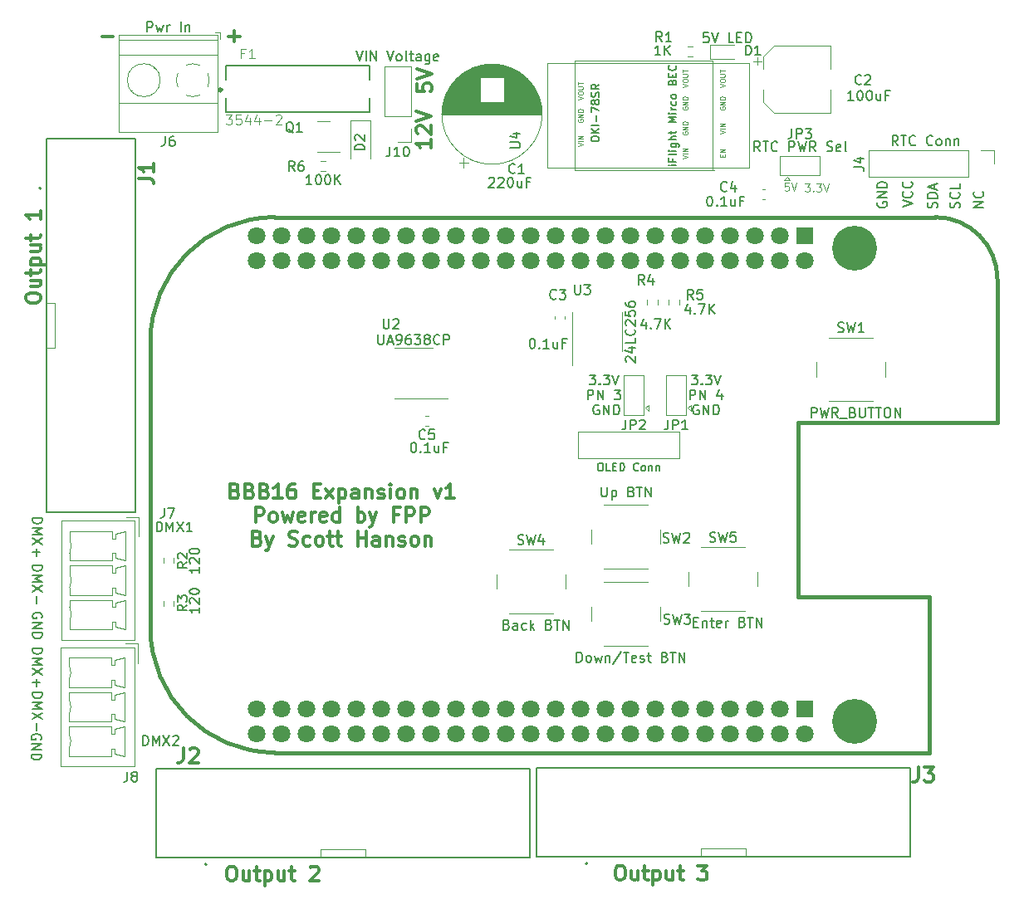
<source format=gbr>
G04 #@! TF.GenerationSoftware,KiCad,Pcbnew,(6.0.2)*
G04 #@! TF.CreationDate,2022-03-13T22:28:38-04:00*
G04 #@! TF.ProjectId,BBB_16_Expansion,4242425f-3136-45f4-9578-70616e73696f,v1*
G04 #@! TF.SameCoordinates,Original*
G04 #@! TF.FileFunction,Legend,Top*
G04 #@! TF.FilePolarity,Positive*
%FSLAX46Y46*%
G04 Gerber Fmt 4.6, Leading zero omitted, Abs format (unit mm)*
G04 Created by KiCad (PCBNEW (6.0.2)) date 2022-03-13 22:28:38*
%MOMM*%
%LPD*%
G01*
G04 APERTURE LIST*
%ADD10C,0.150000*%
%ADD11C,0.300000*%
%ADD12C,0.100000*%
%ADD13C,0.050000*%
%ADD14C,0.127000*%
%ADD15C,0.120000*%
%ADD16C,0.200000*%
%ADD17C,0.381000*%
%ADD18R,1.800000X1.800000*%
%ADD19C,1.800000*%
%ADD20C,4.572000*%
G04 APERTURE END LIST*
D10*
X228568380Y-73767333D02*
X229568380Y-73434000D01*
X228568380Y-73100666D01*
X229473142Y-72195904D02*
X229520761Y-72243523D01*
X229568380Y-72386380D01*
X229568380Y-72481619D01*
X229520761Y-72624476D01*
X229425523Y-72719714D01*
X229330285Y-72767333D01*
X229139809Y-72814952D01*
X228996952Y-72814952D01*
X228806476Y-72767333D01*
X228711238Y-72719714D01*
X228616000Y-72624476D01*
X228568380Y-72481619D01*
X228568380Y-72386380D01*
X228616000Y-72243523D01*
X228663619Y-72195904D01*
X229473142Y-71195904D02*
X229520761Y-71243523D01*
X229568380Y-71386380D01*
X229568380Y-71481619D01*
X229520761Y-71624476D01*
X229425523Y-71719714D01*
X229330285Y-71767333D01*
X229139809Y-71814952D01*
X228996952Y-71814952D01*
X228806476Y-71767333D01*
X228711238Y-71719714D01*
X228616000Y-71624476D01*
X228568380Y-71481619D01*
X228568380Y-71386380D01*
X228616000Y-71243523D01*
X228663619Y-71195904D01*
X234354201Y-73862571D02*
X234401820Y-73719714D01*
X234401820Y-73481618D01*
X234354201Y-73386380D01*
X234306582Y-73338761D01*
X234211344Y-73291142D01*
X234116106Y-73291142D01*
X234020868Y-73338761D01*
X233973249Y-73386380D01*
X233925630Y-73481618D01*
X233878011Y-73672095D01*
X233830392Y-73767333D01*
X233782773Y-73814952D01*
X233687535Y-73862571D01*
X233592297Y-73862571D01*
X233497059Y-73814952D01*
X233449440Y-73767333D01*
X233401820Y-73672095D01*
X233401820Y-73433999D01*
X233449440Y-73291142D01*
X234306582Y-72291142D02*
X234354201Y-72338761D01*
X234401820Y-72481618D01*
X234401820Y-72576856D01*
X234354201Y-72719714D01*
X234258963Y-72814952D01*
X234163725Y-72862571D01*
X233973249Y-72910190D01*
X233830392Y-72910190D01*
X233639916Y-72862571D01*
X233544678Y-72814952D01*
X233449440Y-72719714D01*
X233401820Y-72576856D01*
X233401820Y-72481618D01*
X233449440Y-72338761D01*
X233497059Y-72291142D01*
X234401820Y-71386380D02*
X234401820Y-71862571D01*
X233401820Y-71862571D01*
X232060761Y-73862570D02*
X232108380Y-73719713D01*
X232108380Y-73481618D01*
X232060761Y-73386380D01*
X232013142Y-73338761D01*
X231917904Y-73291142D01*
X231822666Y-73291142D01*
X231727428Y-73338761D01*
X231679809Y-73386380D01*
X231632190Y-73481618D01*
X231584571Y-73672094D01*
X231536952Y-73767332D01*
X231489333Y-73814951D01*
X231394095Y-73862570D01*
X231298857Y-73862570D01*
X231203619Y-73814951D01*
X231156000Y-73767332D01*
X231108380Y-73672094D01*
X231108380Y-73433999D01*
X231156000Y-73291142D01*
X232108380Y-72862570D02*
X231108380Y-72862570D01*
X231108380Y-72624475D01*
X231156000Y-72481618D01*
X231251238Y-72386380D01*
X231346476Y-72338761D01*
X231536952Y-72291142D01*
X231679809Y-72291142D01*
X231870285Y-72338761D01*
X231965523Y-72386380D01*
X232060761Y-72481618D01*
X232108380Y-72624475D01*
X232108380Y-72862570D01*
X231822666Y-71910189D02*
X231822666Y-71433999D01*
X232108380Y-72005427D02*
X231108380Y-71672094D01*
X232108380Y-71338761D01*
X226036000Y-73291142D02*
X225988380Y-73386380D01*
X225988380Y-73529238D01*
X226036000Y-73672095D01*
X226131238Y-73767333D01*
X226226476Y-73814952D01*
X226416952Y-73862571D01*
X226559809Y-73862571D01*
X226750285Y-73814952D01*
X226845523Y-73767333D01*
X226940761Y-73672095D01*
X226988380Y-73529238D01*
X226988380Y-73433999D01*
X226940761Y-73291142D01*
X226893142Y-73243523D01*
X226559809Y-73243523D01*
X226559809Y-73433999D01*
X226988380Y-72814952D02*
X225988380Y-72814952D01*
X226988380Y-72243523D01*
X225988380Y-72243523D01*
X226988380Y-71767333D02*
X225988380Y-71767333D01*
X225988380Y-71529238D01*
X226036000Y-71386380D01*
X226131238Y-71291142D01*
X226226476Y-71243523D01*
X226416952Y-71195904D01*
X226559809Y-71195904D01*
X226750285Y-71243523D01*
X226845523Y-71291142D01*
X226940761Y-71386380D01*
X226988380Y-71529238D01*
X226988380Y-71767333D01*
X236811820Y-73814952D02*
X235811820Y-73814952D01*
X236811820Y-73243523D01*
X235811820Y-73243523D01*
X236716582Y-72195904D02*
X236764201Y-72243523D01*
X236811820Y-72386380D01*
X236811820Y-72481618D01*
X236764201Y-72624476D01*
X236668963Y-72719714D01*
X236573725Y-72767333D01*
X236383249Y-72814952D01*
X236240392Y-72814952D01*
X236049916Y-72767333D01*
X235954678Y-72719714D01*
X235859440Y-72624476D01*
X235811820Y-72481618D01*
X235811820Y-72386380D01*
X235859440Y-72243523D01*
X235907059Y-72195904D01*
X207772095Y-93988000D02*
X207676857Y-93940380D01*
X207534000Y-93940380D01*
X207391142Y-93988000D01*
X207295904Y-94083238D01*
X207248285Y-94178476D01*
X207200666Y-94368952D01*
X207200666Y-94511809D01*
X207248285Y-94702285D01*
X207295904Y-94797523D01*
X207391142Y-94892761D01*
X207534000Y-94940380D01*
X207629238Y-94940380D01*
X207772095Y-94892761D01*
X207819714Y-94845142D01*
X207819714Y-94511809D01*
X207629238Y-94511809D01*
X208248285Y-94940380D02*
X208248285Y-93940380D01*
X208819714Y-94940380D01*
X208819714Y-93940380D01*
X209295904Y-94940380D02*
X209295904Y-93940380D01*
X209534000Y-93940380D01*
X209676857Y-93988000D01*
X209772095Y-94083238D01*
X209819714Y-94178476D01*
X209867333Y-94368952D01*
X209867333Y-94511809D01*
X209819714Y-94702285D01*
X209772095Y-94797523D01*
X209676857Y-94892761D01*
X209534000Y-94940380D01*
X209295904Y-94940380D01*
X196643809Y-90892380D02*
X197262857Y-90892380D01*
X196929523Y-91273333D01*
X197072380Y-91273333D01*
X197167619Y-91320952D01*
X197215238Y-91368571D01*
X197262857Y-91463809D01*
X197262857Y-91701904D01*
X197215238Y-91797142D01*
X197167619Y-91844761D01*
X197072380Y-91892380D01*
X196786666Y-91892380D01*
X196691428Y-91844761D01*
X196643809Y-91797142D01*
X197691428Y-91797142D02*
X197739047Y-91844761D01*
X197691428Y-91892380D01*
X197643809Y-91844761D01*
X197691428Y-91797142D01*
X197691428Y-91892380D01*
X198072380Y-90892380D02*
X198691428Y-90892380D01*
X198358095Y-91273333D01*
X198500952Y-91273333D01*
X198596190Y-91320952D01*
X198643809Y-91368571D01*
X198691428Y-91463809D01*
X198691428Y-91701904D01*
X198643809Y-91797142D01*
X198596190Y-91844761D01*
X198500952Y-91892380D01*
X198215238Y-91892380D01*
X198120000Y-91844761D01*
X198072380Y-91797142D01*
X198977142Y-90892380D02*
X199310476Y-91892380D01*
X199643809Y-90892380D01*
X196477142Y-93416380D02*
X196477142Y-92416380D01*
X196858095Y-92416380D01*
X196953333Y-92464000D01*
X197000952Y-92511619D01*
X197048571Y-92606857D01*
X197048571Y-92749714D01*
X197000952Y-92844952D01*
X196953333Y-92892571D01*
X196858095Y-92940190D01*
X196477142Y-92940190D01*
X197477142Y-93416380D02*
X197477142Y-92416380D01*
X198048571Y-93416380D01*
X198048571Y-92416380D01*
X199191428Y-92416380D02*
X199810476Y-92416380D01*
X199477142Y-92797333D01*
X199620000Y-92797333D01*
X199715238Y-92844952D01*
X199762857Y-92892571D01*
X199810476Y-92987809D01*
X199810476Y-93225904D01*
X199762857Y-93321142D01*
X199715238Y-93368761D01*
X199620000Y-93416380D01*
X199334285Y-93416380D01*
X199239047Y-93368761D01*
X199191428Y-93321142D01*
X207057809Y-90892380D02*
X207676857Y-90892380D01*
X207343523Y-91273333D01*
X207486380Y-91273333D01*
X207581619Y-91320952D01*
X207629238Y-91368571D01*
X207676857Y-91463809D01*
X207676857Y-91701904D01*
X207629238Y-91797142D01*
X207581619Y-91844761D01*
X207486380Y-91892380D01*
X207200666Y-91892380D01*
X207105428Y-91844761D01*
X207057809Y-91797142D01*
X208105428Y-91797142D02*
X208153047Y-91844761D01*
X208105428Y-91892380D01*
X208057809Y-91844761D01*
X208105428Y-91797142D01*
X208105428Y-91892380D01*
X208486380Y-90892380D02*
X209105428Y-90892380D01*
X208772095Y-91273333D01*
X208914952Y-91273333D01*
X209010190Y-91320952D01*
X209057809Y-91368571D01*
X209105428Y-91463809D01*
X209105428Y-91701904D01*
X209057809Y-91797142D01*
X209010190Y-91844761D01*
X208914952Y-91892380D01*
X208629238Y-91892380D01*
X208534000Y-91844761D01*
X208486380Y-91797142D01*
X209391142Y-90892380D02*
X209724476Y-91892380D01*
X210057809Y-90892380D01*
X206891142Y-93416380D02*
X206891142Y-92416380D01*
X207272095Y-92416380D01*
X207367333Y-92464000D01*
X207414952Y-92511619D01*
X207462571Y-92606857D01*
X207462571Y-92749714D01*
X207414952Y-92844952D01*
X207367333Y-92892571D01*
X207272095Y-92940190D01*
X206891142Y-92940190D01*
X207891142Y-93416380D02*
X207891142Y-92416380D01*
X208462571Y-93416380D01*
X208462571Y-92416380D01*
X210129238Y-92749714D02*
X210129238Y-93416380D01*
X209891142Y-92368761D02*
X209653047Y-93083047D01*
X210272095Y-93083047D01*
X197612095Y-93988000D02*
X197516857Y-93940380D01*
X197374000Y-93940380D01*
X197231142Y-93988000D01*
X197135904Y-94083238D01*
X197088285Y-94178476D01*
X197040666Y-94368952D01*
X197040666Y-94511809D01*
X197088285Y-94702285D01*
X197135904Y-94797523D01*
X197231142Y-94892761D01*
X197374000Y-94940380D01*
X197469238Y-94940380D01*
X197612095Y-94892761D01*
X197659714Y-94845142D01*
X197659714Y-94511809D01*
X197469238Y-94511809D01*
X198088285Y-94940380D02*
X198088285Y-93940380D01*
X198659714Y-94940380D01*
X198659714Y-93940380D01*
X199135904Y-94940380D02*
X199135904Y-93940380D01*
X199374000Y-93940380D01*
X199516857Y-93988000D01*
X199612095Y-94083238D01*
X199659714Y-94178476D01*
X199707333Y-94368952D01*
X199707333Y-94511809D01*
X199659714Y-94702285D01*
X199612095Y-94797523D01*
X199516857Y-94892761D01*
X199374000Y-94940380D01*
X199135904Y-94940380D01*
X140716000Y-128072095D02*
X140763619Y-127976857D01*
X140763619Y-127834000D01*
X140716000Y-127691142D01*
X140620761Y-127595904D01*
X140525523Y-127548285D01*
X140335047Y-127500666D01*
X140192190Y-127500666D01*
X140001714Y-127548285D01*
X139906476Y-127595904D01*
X139811238Y-127691142D01*
X139763619Y-127834000D01*
X139763619Y-127929238D01*
X139811238Y-128072095D01*
X139858857Y-128119714D01*
X140192190Y-128119714D01*
X140192190Y-127929238D01*
X139763619Y-128548285D02*
X140763619Y-128548285D01*
X139763619Y-129119714D01*
X140763619Y-129119714D01*
X139763619Y-129595904D02*
X140763619Y-129595904D01*
X140763619Y-129834000D01*
X140716000Y-129976857D01*
X140620761Y-130072095D01*
X140525523Y-130119714D01*
X140335047Y-130167333D01*
X140192190Y-130167333D01*
X140001714Y-130119714D01*
X139906476Y-130072095D01*
X139811238Y-129976857D01*
X139763619Y-129834000D01*
X139763619Y-129595904D01*
X139863619Y-123305428D02*
X140863619Y-123305428D01*
X140863619Y-123543523D01*
X140816000Y-123686380D01*
X140720761Y-123781619D01*
X140625523Y-123829238D01*
X140435047Y-123876857D01*
X140292190Y-123876857D01*
X140101714Y-123829238D01*
X140006476Y-123781619D01*
X139911238Y-123686380D01*
X139863619Y-123543523D01*
X139863619Y-123305428D01*
X139863619Y-124305428D02*
X140863619Y-124305428D01*
X140149333Y-124638761D01*
X140863619Y-124972095D01*
X139863619Y-124972095D01*
X140863619Y-125353047D02*
X139863619Y-126019714D01*
X140863619Y-126019714D02*
X139863619Y-125353047D01*
X140244571Y-126400666D02*
X140244571Y-127162571D01*
D11*
X160523142Y-102711857D02*
X160737428Y-102783285D01*
X160808857Y-102854714D01*
X160880285Y-102997571D01*
X160880285Y-103211857D01*
X160808857Y-103354714D01*
X160737428Y-103426142D01*
X160594571Y-103497571D01*
X160023142Y-103497571D01*
X160023142Y-101997571D01*
X160523142Y-101997571D01*
X160666000Y-102069000D01*
X160737428Y-102140428D01*
X160808857Y-102283285D01*
X160808857Y-102426142D01*
X160737428Y-102569000D01*
X160666000Y-102640428D01*
X160523142Y-102711857D01*
X160023142Y-102711857D01*
X162023142Y-102711857D02*
X162237428Y-102783285D01*
X162308857Y-102854714D01*
X162380285Y-102997571D01*
X162380285Y-103211857D01*
X162308857Y-103354714D01*
X162237428Y-103426142D01*
X162094571Y-103497571D01*
X161523142Y-103497571D01*
X161523142Y-101997571D01*
X162023142Y-101997571D01*
X162166000Y-102069000D01*
X162237428Y-102140428D01*
X162308857Y-102283285D01*
X162308857Y-102426142D01*
X162237428Y-102569000D01*
X162166000Y-102640428D01*
X162023142Y-102711857D01*
X161523142Y-102711857D01*
X163523142Y-102711857D02*
X163737428Y-102783285D01*
X163808857Y-102854714D01*
X163880285Y-102997571D01*
X163880285Y-103211857D01*
X163808857Y-103354714D01*
X163737428Y-103426142D01*
X163594571Y-103497571D01*
X163023142Y-103497571D01*
X163023142Y-101997571D01*
X163523142Y-101997571D01*
X163666000Y-102069000D01*
X163737428Y-102140428D01*
X163808857Y-102283285D01*
X163808857Y-102426142D01*
X163737428Y-102569000D01*
X163666000Y-102640428D01*
X163523142Y-102711857D01*
X163023142Y-102711857D01*
X165308857Y-103497571D02*
X164451714Y-103497571D01*
X164880285Y-103497571D02*
X164880285Y-101997571D01*
X164737428Y-102211857D01*
X164594571Y-102354714D01*
X164451714Y-102426142D01*
X166594571Y-101997571D02*
X166308857Y-101997571D01*
X166166000Y-102069000D01*
X166094571Y-102140428D01*
X165951714Y-102354714D01*
X165880285Y-102640428D01*
X165880285Y-103211857D01*
X165951714Y-103354714D01*
X166023142Y-103426142D01*
X166166000Y-103497571D01*
X166451714Y-103497571D01*
X166594571Y-103426142D01*
X166666000Y-103354714D01*
X166737428Y-103211857D01*
X166737428Y-102854714D01*
X166666000Y-102711857D01*
X166594571Y-102640428D01*
X166451714Y-102569000D01*
X166166000Y-102569000D01*
X166023142Y-102640428D01*
X165951714Y-102711857D01*
X165880285Y-102854714D01*
X168523142Y-102711857D02*
X169023142Y-102711857D01*
X169237428Y-103497571D02*
X168523142Y-103497571D01*
X168523142Y-101997571D01*
X169237428Y-101997571D01*
X169737428Y-103497571D02*
X170523142Y-102497571D01*
X169737428Y-102497571D02*
X170523142Y-103497571D01*
X171094571Y-102497571D02*
X171094571Y-103997571D01*
X171094571Y-102569000D02*
X171237428Y-102497571D01*
X171523142Y-102497571D01*
X171666000Y-102569000D01*
X171737428Y-102640428D01*
X171808857Y-102783285D01*
X171808857Y-103211857D01*
X171737428Y-103354714D01*
X171666000Y-103426142D01*
X171523142Y-103497571D01*
X171237428Y-103497571D01*
X171094571Y-103426142D01*
X173094571Y-103497571D02*
X173094571Y-102711857D01*
X173023142Y-102569000D01*
X172880285Y-102497571D01*
X172594571Y-102497571D01*
X172451714Y-102569000D01*
X173094571Y-103426142D02*
X172951714Y-103497571D01*
X172594571Y-103497571D01*
X172451714Y-103426142D01*
X172380285Y-103283285D01*
X172380285Y-103140428D01*
X172451714Y-102997571D01*
X172594571Y-102926142D01*
X172951714Y-102926142D01*
X173094571Y-102854714D01*
X173808857Y-102497571D02*
X173808857Y-103497571D01*
X173808857Y-102640428D02*
X173880285Y-102569000D01*
X174023142Y-102497571D01*
X174237428Y-102497571D01*
X174380285Y-102569000D01*
X174451714Y-102711857D01*
X174451714Y-103497571D01*
X175094571Y-103426142D02*
X175237428Y-103497571D01*
X175523142Y-103497571D01*
X175666000Y-103426142D01*
X175737428Y-103283285D01*
X175737428Y-103211857D01*
X175666000Y-103069000D01*
X175523142Y-102997571D01*
X175308857Y-102997571D01*
X175166000Y-102926142D01*
X175094571Y-102783285D01*
X175094571Y-102711857D01*
X175166000Y-102569000D01*
X175308857Y-102497571D01*
X175523142Y-102497571D01*
X175666000Y-102569000D01*
X176380285Y-103497571D02*
X176380285Y-102497571D01*
X176380285Y-101997571D02*
X176308857Y-102069000D01*
X176380285Y-102140428D01*
X176451714Y-102069000D01*
X176380285Y-101997571D01*
X176380285Y-102140428D01*
X177308857Y-103497571D02*
X177166000Y-103426142D01*
X177094571Y-103354714D01*
X177023142Y-103211857D01*
X177023142Y-102783285D01*
X177094571Y-102640428D01*
X177166000Y-102569000D01*
X177308857Y-102497571D01*
X177523142Y-102497571D01*
X177666000Y-102569000D01*
X177737428Y-102640428D01*
X177808857Y-102783285D01*
X177808857Y-103211857D01*
X177737428Y-103354714D01*
X177666000Y-103426142D01*
X177523142Y-103497571D01*
X177308857Y-103497571D01*
X178451714Y-102497571D02*
X178451714Y-103497571D01*
X178451714Y-102640428D02*
X178523142Y-102569000D01*
X178666000Y-102497571D01*
X178880285Y-102497571D01*
X179023142Y-102569000D01*
X179094571Y-102711857D01*
X179094571Y-103497571D01*
X180808857Y-102497571D02*
X181166000Y-103497571D01*
X181523142Y-102497571D01*
X182880285Y-103497571D02*
X182023142Y-103497571D01*
X182451714Y-103497571D02*
X182451714Y-101997571D01*
X182308857Y-102211857D01*
X182166000Y-102354714D01*
X182023142Y-102426142D01*
X162594571Y-105912571D02*
X162594571Y-104412571D01*
X163166000Y-104412571D01*
X163308857Y-104484000D01*
X163380285Y-104555428D01*
X163451714Y-104698285D01*
X163451714Y-104912571D01*
X163380285Y-105055428D01*
X163308857Y-105126857D01*
X163166000Y-105198285D01*
X162594571Y-105198285D01*
X164308857Y-105912571D02*
X164166000Y-105841142D01*
X164094571Y-105769714D01*
X164023142Y-105626857D01*
X164023142Y-105198285D01*
X164094571Y-105055428D01*
X164166000Y-104984000D01*
X164308857Y-104912571D01*
X164523142Y-104912571D01*
X164666000Y-104984000D01*
X164737428Y-105055428D01*
X164808857Y-105198285D01*
X164808857Y-105626857D01*
X164737428Y-105769714D01*
X164666000Y-105841142D01*
X164523142Y-105912571D01*
X164308857Y-105912571D01*
X165308857Y-104912571D02*
X165594571Y-105912571D01*
X165880285Y-105198285D01*
X166166000Y-105912571D01*
X166451714Y-104912571D01*
X167594571Y-105841142D02*
X167451714Y-105912571D01*
X167166000Y-105912571D01*
X167023142Y-105841142D01*
X166951714Y-105698285D01*
X166951714Y-105126857D01*
X167023142Y-104984000D01*
X167166000Y-104912571D01*
X167451714Y-104912571D01*
X167594571Y-104984000D01*
X167666000Y-105126857D01*
X167666000Y-105269714D01*
X166951714Y-105412571D01*
X168308857Y-105912571D02*
X168308857Y-104912571D01*
X168308857Y-105198285D02*
X168380285Y-105055428D01*
X168451714Y-104984000D01*
X168594571Y-104912571D01*
X168737428Y-104912571D01*
X169808857Y-105841142D02*
X169666000Y-105912571D01*
X169380285Y-105912571D01*
X169237428Y-105841142D01*
X169166000Y-105698285D01*
X169166000Y-105126857D01*
X169237428Y-104984000D01*
X169380285Y-104912571D01*
X169666000Y-104912571D01*
X169808857Y-104984000D01*
X169880285Y-105126857D01*
X169880285Y-105269714D01*
X169166000Y-105412571D01*
X171166000Y-105912571D02*
X171166000Y-104412571D01*
X171166000Y-105841142D02*
X171023142Y-105912571D01*
X170737428Y-105912571D01*
X170594571Y-105841142D01*
X170523142Y-105769714D01*
X170451714Y-105626857D01*
X170451714Y-105198285D01*
X170523142Y-105055428D01*
X170594571Y-104984000D01*
X170737428Y-104912571D01*
X171023142Y-104912571D01*
X171166000Y-104984000D01*
X173023142Y-105912571D02*
X173023142Y-104412571D01*
X173023142Y-104984000D02*
X173166000Y-104912571D01*
X173451714Y-104912571D01*
X173594571Y-104984000D01*
X173666000Y-105055428D01*
X173737428Y-105198285D01*
X173737428Y-105626857D01*
X173666000Y-105769714D01*
X173594571Y-105841142D01*
X173451714Y-105912571D01*
X173166000Y-105912571D01*
X173023142Y-105841142D01*
X174237428Y-104912571D02*
X174594571Y-105912571D01*
X174951714Y-104912571D02*
X174594571Y-105912571D01*
X174451714Y-106269714D01*
X174380285Y-106341142D01*
X174237428Y-106412571D01*
X177166000Y-105126857D02*
X176666000Y-105126857D01*
X176666000Y-105912571D02*
X176666000Y-104412571D01*
X177380285Y-104412571D01*
X177951714Y-105912571D02*
X177951714Y-104412571D01*
X178523142Y-104412571D01*
X178666000Y-104484000D01*
X178737428Y-104555428D01*
X178808857Y-104698285D01*
X178808857Y-104912571D01*
X178737428Y-105055428D01*
X178666000Y-105126857D01*
X178523142Y-105198285D01*
X177951714Y-105198285D01*
X179451714Y-105912571D02*
X179451714Y-104412571D01*
X180023142Y-104412571D01*
X180166000Y-104484000D01*
X180237428Y-104555428D01*
X180308857Y-104698285D01*
X180308857Y-104912571D01*
X180237428Y-105055428D01*
X180166000Y-105126857D01*
X180023142Y-105198285D01*
X179451714Y-105198285D01*
X162808857Y-107541857D02*
X163023142Y-107613285D01*
X163094571Y-107684714D01*
X163166000Y-107827571D01*
X163166000Y-108041857D01*
X163094571Y-108184714D01*
X163023142Y-108256142D01*
X162880285Y-108327571D01*
X162308857Y-108327571D01*
X162308857Y-106827571D01*
X162808857Y-106827571D01*
X162951714Y-106899000D01*
X163023142Y-106970428D01*
X163094571Y-107113285D01*
X163094571Y-107256142D01*
X163023142Y-107399000D01*
X162951714Y-107470428D01*
X162808857Y-107541857D01*
X162308857Y-107541857D01*
X163666000Y-107327571D02*
X164023142Y-108327571D01*
X164380285Y-107327571D02*
X164023142Y-108327571D01*
X163880285Y-108684714D01*
X163808857Y-108756142D01*
X163666000Y-108827571D01*
X166023142Y-108256142D02*
X166237428Y-108327571D01*
X166594571Y-108327571D01*
X166737428Y-108256142D01*
X166808857Y-108184714D01*
X166880285Y-108041857D01*
X166880285Y-107899000D01*
X166808857Y-107756142D01*
X166737428Y-107684714D01*
X166594571Y-107613285D01*
X166308857Y-107541857D01*
X166166000Y-107470428D01*
X166094571Y-107399000D01*
X166023142Y-107256142D01*
X166023142Y-107113285D01*
X166094571Y-106970428D01*
X166166000Y-106899000D01*
X166308857Y-106827571D01*
X166666000Y-106827571D01*
X166880285Y-106899000D01*
X168166000Y-108256142D02*
X168023142Y-108327571D01*
X167737428Y-108327571D01*
X167594571Y-108256142D01*
X167523142Y-108184714D01*
X167451714Y-108041857D01*
X167451714Y-107613285D01*
X167523142Y-107470428D01*
X167594571Y-107399000D01*
X167737428Y-107327571D01*
X168023142Y-107327571D01*
X168166000Y-107399000D01*
X169023142Y-108327571D02*
X168880285Y-108256142D01*
X168808857Y-108184714D01*
X168737428Y-108041857D01*
X168737428Y-107613285D01*
X168808857Y-107470428D01*
X168880285Y-107399000D01*
X169023142Y-107327571D01*
X169237428Y-107327571D01*
X169380285Y-107399000D01*
X169451714Y-107470428D01*
X169523142Y-107613285D01*
X169523142Y-108041857D01*
X169451714Y-108184714D01*
X169380285Y-108256142D01*
X169237428Y-108327571D01*
X169023142Y-108327571D01*
X169951714Y-107327571D02*
X170523142Y-107327571D01*
X170166000Y-106827571D02*
X170166000Y-108113285D01*
X170237428Y-108256142D01*
X170380285Y-108327571D01*
X170523142Y-108327571D01*
X170808857Y-107327571D02*
X171380285Y-107327571D01*
X171023142Y-106827571D02*
X171023142Y-108113285D01*
X171094571Y-108256142D01*
X171237428Y-108327571D01*
X171380285Y-108327571D01*
X173023142Y-108327571D02*
X173023142Y-106827571D01*
X173023142Y-107541857D02*
X173880285Y-107541857D01*
X173880285Y-108327571D02*
X173880285Y-106827571D01*
X175237428Y-108327571D02*
X175237428Y-107541857D01*
X175166000Y-107399000D01*
X175023142Y-107327571D01*
X174737428Y-107327571D01*
X174594571Y-107399000D01*
X175237428Y-108256142D02*
X175094571Y-108327571D01*
X174737428Y-108327571D01*
X174594571Y-108256142D01*
X174523142Y-108113285D01*
X174523142Y-107970428D01*
X174594571Y-107827571D01*
X174737428Y-107756142D01*
X175094571Y-107756142D01*
X175237428Y-107684714D01*
X175951714Y-107327571D02*
X175951714Y-108327571D01*
X175951714Y-107470428D02*
X176023142Y-107399000D01*
X176166000Y-107327571D01*
X176380285Y-107327571D01*
X176523142Y-107399000D01*
X176594571Y-107541857D01*
X176594571Y-108327571D01*
X177237428Y-108256142D02*
X177380285Y-108327571D01*
X177666000Y-108327571D01*
X177808857Y-108256142D01*
X177880285Y-108113285D01*
X177880285Y-108041857D01*
X177808857Y-107899000D01*
X177666000Y-107827571D01*
X177451714Y-107827571D01*
X177308857Y-107756142D01*
X177237428Y-107613285D01*
X177237428Y-107541857D01*
X177308857Y-107399000D01*
X177451714Y-107327571D01*
X177666000Y-107327571D01*
X177808857Y-107399000D01*
X178737428Y-108327571D02*
X178594571Y-108256142D01*
X178523142Y-108184714D01*
X178451714Y-108041857D01*
X178451714Y-107613285D01*
X178523142Y-107470428D01*
X178594571Y-107399000D01*
X178737428Y-107327571D01*
X178951714Y-107327571D01*
X179094571Y-107399000D01*
X179166000Y-107470428D01*
X179237428Y-107613285D01*
X179237428Y-108041857D01*
X179166000Y-108184714D01*
X179094571Y-108256142D01*
X178951714Y-108327571D01*
X178737428Y-108327571D01*
X179880285Y-107327571D02*
X179880285Y-108327571D01*
X179880285Y-107470428D02*
X179951714Y-107399000D01*
X180094571Y-107327571D01*
X180308857Y-107327571D01*
X180451714Y-107399000D01*
X180523142Y-107541857D01*
X180523142Y-108327571D01*
D12*
X218635047Y-71395904D02*
X219130285Y-71395904D01*
X218863619Y-71700666D01*
X218977904Y-71700666D01*
X219054095Y-71738761D01*
X219092190Y-71776857D01*
X219130285Y-71853047D01*
X219130285Y-72043523D01*
X219092190Y-72119714D01*
X219054095Y-72157809D01*
X218977904Y-72195904D01*
X218749333Y-72195904D01*
X218673142Y-72157809D01*
X218635047Y-72119714D01*
X219473142Y-72119714D02*
X219511238Y-72157809D01*
X219473142Y-72195904D01*
X219435047Y-72157809D01*
X219473142Y-72119714D01*
X219473142Y-72195904D01*
X219777904Y-71395904D02*
X220273142Y-71395904D01*
X220006476Y-71700666D01*
X220120761Y-71700666D01*
X220196952Y-71738761D01*
X220235047Y-71776857D01*
X220273142Y-71853047D01*
X220273142Y-72043523D01*
X220235047Y-72119714D01*
X220196952Y-72157809D01*
X220120761Y-72195904D01*
X219892190Y-72195904D01*
X219816000Y-72157809D01*
X219777904Y-72119714D01*
X220501714Y-71395904D02*
X220768380Y-72195904D01*
X221035047Y-71395904D01*
D11*
X146944571Y-56341142D02*
X148087428Y-56341142D01*
X159844571Y-56341142D02*
X160987428Y-56341142D01*
X160416000Y-56912571D02*
X160416000Y-55769714D01*
D10*
X139863619Y-118805428D02*
X140863619Y-118805428D01*
X140863619Y-119043523D01*
X140816000Y-119186380D01*
X140720761Y-119281619D01*
X140625523Y-119329238D01*
X140435047Y-119376857D01*
X140292190Y-119376857D01*
X140101714Y-119329238D01*
X140006476Y-119281619D01*
X139911238Y-119186380D01*
X139863619Y-119043523D01*
X139863619Y-118805428D01*
X139863619Y-119805428D02*
X140863619Y-119805428D01*
X140149333Y-120138761D01*
X140863619Y-120472095D01*
X139863619Y-120472095D01*
X140863619Y-120853047D02*
X139863619Y-121519714D01*
X140863619Y-121519714D02*
X139863619Y-120853047D01*
X140244571Y-121900666D02*
X140244571Y-122662571D01*
X139863619Y-122281619D02*
X140625523Y-122281619D01*
X140816000Y-115689095D02*
X140863619Y-115593857D01*
X140863619Y-115451000D01*
X140816000Y-115308142D01*
X140720761Y-115212904D01*
X140625523Y-115165285D01*
X140435047Y-115117666D01*
X140292190Y-115117666D01*
X140101714Y-115165285D01*
X140006476Y-115212904D01*
X139911238Y-115308142D01*
X139863619Y-115451000D01*
X139863619Y-115546238D01*
X139911238Y-115689095D01*
X139958857Y-115736714D01*
X140292190Y-115736714D01*
X140292190Y-115546238D01*
X139863619Y-116165285D02*
X140863619Y-116165285D01*
X139863619Y-116736714D01*
X140863619Y-116736714D01*
X139863619Y-117212904D02*
X140863619Y-117212904D01*
X140863619Y-117451000D01*
X140816000Y-117593857D01*
X140720761Y-117689095D01*
X140625523Y-117736714D01*
X140435047Y-117784333D01*
X140292190Y-117784333D01*
X140101714Y-117736714D01*
X140006476Y-117689095D01*
X139911238Y-117593857D01*
X139863619Y-117451000D01*
X139863619Y-117212904D01*
X139863619Y-105505428D02*
X140863619Y-105505428D01*
X140863619Y-105743523D01*
X140816000Y-105886380D01*
X140720761Y-105981619D01*
X140625523Y-106029238D01*
X140435047Y-106076857D01*
X140292190Y-106076857D01*
X140101714Y-106029238D01*
X140006476Y-105981619D01*
X139911238Y-105886380D01*
X139863619Y-105743523D01*
X139863619Y-105505428D01*
X139863619Y-106505428D02*
X140863619Y-106505428D01*
X140149333Y-106838761D01*
X140863619Y-107172095D01*
X139863619Y-107172095D01*
X140863619Y-107553047D02*
X139863619Y-108219714D01*
X140863619Y-108219714D02*
X139863619Y-107553047D01*
X140244571Y-108600666D02*
X140244571Y-109362571D01*
X139863619Y-108981619D02*
X140625523Y-108981619D01*
D12*
X216963619Y-71295904D02*
X216582666Y-71295904D01*
X216544571Y-71676857D01*
X216582666Y-71638761D01*
X216658857Y-71600666D01*
X216849333Y-71600666D01*
X216925523Y-71638761D01*
X216963619Y-71676857D01*
X217001714Y-71753047D01*
X217001714Y-71943523D01*
X216963619Y-72019714D01*
X216925523Y-72057809D01*
X216849333Y-72095904D01*
X216658857Y-72095904D01*
X216582666Y-72057809D01*
X216544571Y-72019714D01*
X217230285Y-71295904D02*
X217496952Y-72095904D01*
X217763619Y-71295904D01*
D11*
X179094571Y-61219714D02*
X179094571Y-61934000D01*
X179808857Y-62005428D01*
X179737428Y-61934000D01*
X179666000Y-61791142D01*
X179666000Y-61434000D01*
X179737428Y-61291142D01*
X179808857Y-61219714D01*
X179951714Y-61148285D01*
X180308857Y-61148285D01*
X180451714Y-61219714D01*
X180523142Y-61291142D01*
X180594571Y-61434000D01*
X180594571Y-61791142D01*
X180523142Y-61934000D01*
X180451714Y-62005428D01*
X179094571Y-60719714D02*
X180594571Y-60219714D01*
X179094571Y-59719714D01*
D10*
X139863619Y-110331428D02*
X140863619Y-110331428D01*
X140863619Y-110569523D01*
X140816000Y-110712380D01*
X140720761Y-110807619D01*
X140625523Y-110855238D01*
X140435047Y-110902857D01*
X140292190Y-110902857D01*
X140101714Y-110855238D01*
X140006476Y-110807619D01*
X139911238Y-110712380D01*
X139863619Y-110569523D01*
X139863619Y-110331428D01*
X139863619Y-111331428D02*
X140863619Y-111331428D01*
X140149333Y-111664761D01*
X140863619Y-111998095D01*
X139863619Y-111998095D01*
X140863619Y-112379047D02*
X139863619Y-113045714D01*
X140863619Y-113045714D02*
X139863619Y-112379047D01*
X140244571Y-113426666D02*
X140244571Y-114188571D01*
D11*
X180494571Y-66862571D02*
X180494571Y-67719714D01*
X180494571Y-67291142D02*
X178994571Y-67291142D01*
X179208857Y-67434000D01*
X179351714Y-67576857D01*
X179423142Y-67719714D01*
X179137428Y-66291142D02*
X179066000Y-66219714D01*
X178994571Y-66076857D01*
X178994571Y-65719714D01*
X179066000Y-65576857D01*
X179137428Y-65505428D01*
X179280285Y-65434000D01*
X179423142Y-65434000D01*
X179637428Y-65505428D01*
X180494571Y-66362571D01*
X180494571Y-65434000D01*
X178994571Y-65005428D02*
X180494571Y-64505428D01*
X178994571Y-64005428D01*
D12*
X161485876Y-58093612D02*
X161152543Y-58093612D01*
X161152543Y-58617421D02*
X161152543Y-57617421D01*
X161628733Y-57617421D01*
X162533495Y-58617421D02*
X161962067Y-58617421D01*
X162247781Y-58617421D02*
X162247781Y-57617421D01*
X162152543Y-57760279D01*
X162057305Y-57855517D01*
X161962067Y-57903136D01*
D13*
X159597067Y-64348421D02*
X160216114Y-64348421D01*
X159882781Y-64729374D01*
X160025638Y-64729374D01*
X160120876Y-64776993D01*
X160168495Y-64824612D01*
X160216114Y-64919850D01*
X160216114Y-65157945D01*
X160168495Y-65253183D01*
X160120876Y-65300802D01*
X160025638Y-65348421D01*
X159739924Y-65348421D01*
X159644686Y-65300802D01*
X159597067Y-65253183D01*
X161120876Y-64348421D02*
X160644686Y-64348421D01*
X160597067Y-64824612D01*
X160644686Y-64776993D01*
X160739924Y-64729374D01*
X160978019Y-64729374D01*
X161073257Y-64776993D01*
X161120876Y-64824612D01*
X161168495Y-64919850D01*
X161168495Y-65157945D01*
X161120876Y-65253183D01*
X161073257Y-65300802D01*
X160978019Y-65348421D01*
X160739924Y-65348421D01*
X160644686Y-65300802D01*
X160597067Y-65253183D01*
X162025638Y-64681755D02*
X162025638Y-65348421D01*
X161787543Y-64300802D02*
X161549448Y-65015088D01*
X162168495Y-65015088D01*
X162978019Y-64681755D02*
X162978019Y-65348421D01*
X162739924Y-64300802D02*
X162501829Y-65015088D01*
X163120876Y-65015088D01*
X163501829Y-64967469D02*
X164263733Y-64967469D01*
X164692305Y-64443660D02*
X164739924Y-64396041D01*
X164835162Y-64348421D01*
X165073257Y-64348421D01*
X165168495Y-64396041D01*
X165216114Y-64443660D01*
X165263733Y-64538898D01*
X165263733Y-64634136D01*
X165216114Y-64776993D01*
X164644686Y-65348421D01*
X165263733Y-65348421D01*
D10*
X188579724Y-67745904D02*
X189389248Y-67745904D01*
X189484486Y-67698285D01*
X189532105Y-67650666D01*
X189579724Y-67555428D01*
X189579724Y-67364952D01*
X189532105Y-67269714D01*
X189484486Y-67222095D01*
X189389248Y-67174476D01*
X188579724Y-67174476D01*
X188913058Y-66269714D02*
X189579724Y-66269714D01*
X188532105Y-66507809D02*
X189246391Y-66745904D01*
X189246391Y-66126857D01*
X205515904Y-69510666D02*
X204982571Y-69510666D01*
X204715904Y-69510666D02*
X204754000Y-69548761D01*
X204792095Y-69510666D01*
X204754000Y-69472571D01*
X204715904Y-69510666D01*
X204792095Y-69510666D01*
X205096857Y-68863047D02*
X205096857Y-69129714D01*
X205515904Y-69129714D02*
X204715904Y-69129714D01*
X204715904Y-68748761D01*
X205515904Y-68329714D02*
X205477809Y-68405904D01*
X205401619Y-68444000D01*
X204715904Y-68444000D01*
X205515904Y-68024952D02*
X204982571Y-68024952D01*
X204715904Y-68024952D02*
X204754000Y-68063047D01*
X204792095Y-68024952D01*
X204754000Y-67986857D01*
X204715904Y-68024952D01*
X204792095Y-68024952D01*
X204982571Y-67301142D02*
X205630190Y-67301142D01*
X205706380Y-67339238D01*
X205744476Y-67377333D01*
X205782571Y-67453523D01*
X205782571Y-67567809D01*
X205744476Y-67644000D01*
X205477809Y-67301142D02*
X205515904Y-67377333D01*
X205515904Y-67529714D01*
X205477809Y-67605904D01*
X205439714Y-67644000D01*
X205363523Y-67682095D01*
X205134952Y-67682095D01*
X205058761Y-67644000D01*
X205020666Y-67605904D01*
X204982571Y-67529714D01*
X204982571Y-67377333D01*
X205020666Y-67301142D01*
X205515904Y-66920190D02*
X204715904Y-66920190D01*
X205515904Y-66577333D02*
X205096857Y-66577333D01*
X205020666Y-66615428D01*
X204982571Y-66691619D01*
X204982571Y-66805904D01*
X205020666Y-66882095D01*
X205058761Y-66920190D01*
X204982571Y-66310666D02*
X204982571Y-66005904D01*
X204715904Y-66196380D02*
X205401619Y-66196380D01*
X205477809Y-66158285D01*
X205515904Y-66082095D01*
X205515904Y-66005904D01*
X205515904Y-65129714D02*
X204715904Y-65129714D01*
X205287333Y-64863047D01*
X204715904Y-64596380D01*
X205515904Y-64596380D01*
X205515904Y-64215428D02*
X204982571Y-64215428D01*
X204715904Y-64215428D02*
X204754000Y-64253523D01*
X204792095Y-64215428D01*
X204754000Y-64177333D01*
X204715904Y-64215428D01*
X204792095Y-64215428D01*
X205515904Y-63834476D02*
X204982571Y-63834476D01*
X205134952Y-63834476D02*
X205058761Y-63796380D01*
X205020666Y-63758285D01*
X204982571Y-63682095D01*
X204982571Y-63605904D01*
X205477809Y-62996380D02*
X205515904Y-63072571D01*
X205515904Y-63224952D01*
X205477809Y-63301142D01*
X205439714Y-63339238D01*
X205363523Y-63377333D01*
X205134952Y-63377333D01*
X205058761Y-63339238D01*
X205020666Y-63301142D01*
X204982571Y-63224952D01*
X204982571Y-63072571D01*
X205020666Y-62996380D01*
X205515904Y-62539238D02*
X205477809Y-62615428D01*
X205439714Y-62653523D01*
X205363523Y-62691619D01*
X205134952Y-62691619D01*
X205058761Y-62653523D01*
X205020666Y-62615428D01*
X204982571Y-62539238D01*
X204982571Y-62424952D01*
X205020666Y-62348761D01*
X205058761Y-62310666D01*
X205134952Y-62272571D01*
X205363523Y-62272571D01*
X205439714Y-62310666D01*
X205477809Y-62348761D01*
X205515904Y-62424952D01*
X205515904Y-62539238D01*
X205096857Y-61053523D02*
X205134952Y-60939238D01*
X205173047Y-60901142D01*
X205249238Y-60863047D01*
X205363523Y-60863047D01*
X205439714Y-60901142D01*
X205477809Y-60939238D01*
X205515904Y-61015428D01*
X205515904Y-61320190D01*
X204715904Y-61320190D01*
X204715904Y-61053523D01*
X204754000Y-60977333D01*
X204792095Y-60939238D01*
X204868285Y-60901142D01*
X204944476Y-60901142D01*
X205020666Y-60939238D01*
X205058761Y-60977333D01*
X205096857Y-61053523D01*
X205096857Y-61320190D01*
X205096857Y-60520190D02*
X205096857Y-60253523D01*
X205515904Y-60139238D02*
X205515904Y-60520190D01*
X204715904Y-60520190D01*
X204715904Y-60139238D01*
X205439714Y-59339238D02*
X205477809Y-59377333D01*
X205515904Y-59491619D01*
X205515904Y-59567809D01*
X205477809Y-59682095D01*
X205401619Y-59758285D01*
X205325428Y-59796380D01*
X205173047Y-59834476D01*
X205058761Y-59834476D01*
X204906380Y-59796380D01*
X204830190Y-59758285D01*
X204754000Y-59682095D01*
X204715904Y-59567809D01*
X204715904Y-59491619D01*
X204754000Y-59377333D01*
X204792095Y-59339238D01*
D12*
X206150190Y-68801619D02*
X206650190Y-68634952D01*
X206150190Y-68468285D01*
X206650190Y-68301619D02*
X206150190Y-68301619D01*
X206650190Y-68063523D02*
X206150190Y-68063523D01*
X206650190Y-67777809D01*
X206150190Y-67777809D01*
X195482190Y-62784952D02*
X195982190Y-62618285D01*
X195482190Y-62451619D01*
X195482190Y-62189714D02*
X195482190Y-62094476D01*
X195506000Y-62046857D01*
X195553619Y-61999238D01*
X195648857Y-61975428D01*
X195815523Y-61975428D01*
X195910761Y-61999238D01*
X195958380Y-62046857D01*
X195982190Y-62094476D01*
X195982190Y-62189714D01*
X195958380Y-62237333D01*
X195910761Y-62284952D01*
X195815523Y-62308761D01*
X195648857Y-62308761D01*
X195553619Y-62284952D01*
X195506000Y-62237333D01*
X195482190Y-62189714D01*
X195482190Y-61761142D02*
X195886952Y-61761142D01*
X195934571Y-61737333D01*
X195958380Y-61713523D01*
X195982190Y-61665904D01*
X195982190Y-61570666D01*
X195958380Y-61523047D01*
X195934571Y-61499238D01*
X195886952Y-61475428D01*
X195482190Y-61475428D01*
X195482190Y-61308761D02*
X195482190Y-61023047D01*
X195982190Y-61165904D02*
X195482190Y-61165904D01*
X206174000Y-63554952D02*
X206150190Y-63602571D01*
X206150190Y-63674000D01*
X206174000Y-63745428D01*
X206221619Y-63793047D01*
X206269238Y-63816857D01*
X206364476Y-63840666D01*
X206435904Y-63840666D01*
X206531142Y-63816857D01*
X206578761Y-63793047D01*
X206626380Y-63745428D01*
X206650190Y-63674000D01*
X206650190Y-63626380D01*
X206626380Y-63554952D01*
X206602571Y-63531142D01*
X206435904Y-63531142D01*
X206435904Y-63626380D01*
X206650190Y-63316857D02*
X206150190Y-63316857D01*
X206650190Y-63031142D01*
X206150190Y-63031142D01*
X206650190Y-62793047D02*
X206150190Y-62793047D01*
X206150190Y-62674000D01*
X206174000Y-62602571D01*
X206221619Y-62554952D01*
X206269238Y-62531142D01*
X206364476Y-62507333D01*
X206435904Y-62507333D01*
X206531142Y-62531142D01*
X206578761Y-62554952D01*
X206626380Y-62602571D01*
X206650190Y-62674000D01*
X206650190Y-62793047D01*
X209960190Y-61514952D02*
X210460190Y-61348285D01*
X209960190Y-61181619D01*
X209960190Y-60919714D02*
X209960190Y-60824476D01*
X209984000Y-60776857D01*
X210031619Y-60729238D01*
X210126857Y-60705428D01*
X210293523Y-60705428D01*
X210388761Y-60729238D01*
X210436380Y-60776857D01*
X210460190Y-60824476D01*
X210460190Y-60919714D01*
X210436380Y-60967333D01*
X210388761Y-61014952D01*
X210293523Y-61038761D01*
X210126857Y-61038761D01*
X210031619Y-61014952D01*
X209984000Y-60967333D01*
X209960190Y-60919714D01*
X209960190Y-60491142D02*
X210364952Y-60491142D01*
X210412571Y-60467333D01*
X210436380Y-60443523D01*
X210460190Y-60395904D01*
X210460190Y-60300666D01*
X210436380Y-60253047D01*
X210412571Y-60229238D01*
X210364952Y-60205428D01*
X209960190Y-60205428D01*
X209960190Y-60038761D02*
X209960190Y-59753047D01*
X210460190Y-59895904D02*
X209960190Y-59895904D01*
X210198285Y-68623047D02*
X210198285Y-68456380D01*
X210460190Y-68384952D02*
X210460190Y-68623047D01*
X209960190Y-68623047D01*
X209960190Y-68384952D01*
X210460190Y-68170666D02*
X209960190Y-68170666D01*
X210460190Y-67884952D01*
X209960190Y-67884952D01*
X206174000Y-66094952D02*
X206150190Y-66142571D01*
X206150190Y-66214000D01*
X206174000Y-66285428D01*
X206221619Y-66333047D01*
X206269238Y-66356857D01*
X206364476Y-66380666D01*
X206435904Y-66380666D01*
X206531142Y-66356857D01*
X206578761Y-66333047D01*
X206626380Y-66285428D01*
X206650190Y-66214000D01*
X206650190Y-66166380D01*
X206626380Y-66094952D01*
X206602571Y-66071142D01*
X206435904Y-66071142D01*
X206435904Y-66166380D01*
X206650190Y-65856857D02*
X206150190Y-65856857D01*
X206650190Y-65571142D01*
X206150190Y-65571142D01*
X206650190Y-65333047D02*
X206150190Y-65333047D01*
X206150190Y-65214000D01*
X206174000Y-65142571D01*
X206221619Y-65094952D01*
X206269238Y-65071142D01*
X206364476Y-65047333D01*
X206435904Y-65047333D01*
X206531142Y-65071142D01*
X206578761Y-65094952D01*
X206626380Y-65142571D01*
X206650190Y-65214000D01*
X206650190Y-65333047D01*
X195482190Y-67531619D02*
X195982190Y-67364952D01*
X195482190Y-67198285D01*
X195982190Y-67031619D02*
X195482190Y-67031619D01*
X195982190Y-66793523D02*
X195482190Y-66793523D01*
X195982190Y-66507809D01*
X195482190Y-66507809D01*
X206150190Y-61514952D02*
X206650190Y-61348285D01*
X206150190Y-61181619D01*
X206150190Y-60919714D02*
X206150190Y-60824476D01*
X206174000Y-60776857D01*
X206221619Y-60729238D01*
X206316857Y-60705428D01*
X206483523Y-60705428D01*
X206578761Y-60729238D01*
X206626380Y-60776857D01*
X206650190Y-60824476D01*
X206650190Y-60919714D01*
X206626380Y-60967333D01*
X206578761Y-61014952D01*
X206483523Y-61038761D01*
X206316857Y-61038761D01*
X206221619Y-61014952D01*
X206174000Y-60967333D01*
X206150190Y-60919714D01*
X206150190Y-60491142D02*
X206554952Y-60491142D01*
X206602571Y-60467333D01*
X206626380Y-60443523D01*
X206650190Y-60395904D01*
X206650190Y-60300666D01*
X206626380Y-60253047D01*
X206602571Y-60229238D01*
X206554952Y-60205428D01*
X206150190Y-60205428D01*
X206150190Y-60038761D02*
X206150190Y-59753047D01*
X206650190Y-59895904D02*
X206150190Y-59895904D01*
X209984000Y-63554952D02*
X209960190Y-63602571D01*
X209960190Y-63674000D01*
X209984000Y-63745428D01*
X210031619Y-63793047D01*
X210079238Y-63816857D01*
X210174476Y-63840666D01*
X210245904Y-63840666D01*
X210341142Y-63816857D01*
X210388761Y-63793047D01*
X210436380Y-63745428D01*
X210460190Y-63674000D01*
X210460190Y-63626380D01*
X210436380Y-63554952D01*
X210412571Y-63531142D01*
X210245904Y-63531142D01*
X210245904Y-63626380D01*
X210460190Y-63316857D02*
X209960190Y-63316857D01*
X210460190Y-63031142D01*
X209960190Y-63031142D01*
X210460190Y-62793047D02*
X209960190Y-62793047D01*
X209960190Y-62674000D01*
X209984000Y-62602571D01*
X210031619Y-62554952D01*
X210079238Y-62531142D01*
X210174476Y-62507333D01*
X210245904Y-62507333D01*
X210341142Y-62531142D01*
X210388761Y-62554952D01*
X210436380Y-62602571D01*
X210460190Y-62674000D01*
X210460190Y-62793047D01*
X209960190Y-66261619D02*
X210460190Y-66094952D01*
X209960190Y-65928285D01*
X210460190Y-65761619D02*
X209960190Y-65761619D01*
X210460190Y-65523523D02*
X209960190Y-65523523D01*
X210460190Y-65237809D01*
X209960190Y-65237809D01*
X195506000Y-64824952D02*
X195482190Y-64872571D01*
X195482190Y-64944000D01*
X195506000Y-65015428D01*
X195553619Y-65063047D01*
X195601238Y-65086857D01*
X195696476Y-65110666D01*
X195767904Y-65110666D01*
X195863142Y-65086857D01*
X195910761Y-65063047D01*
X195958380Y-65015428D01*
X195982190Y-64944000D01*
X195982190Y-64896380D01*
X195958380Y-64824952D01*
X195934571Y-64801142D01*
X195767904Y-64801142D01*
X195767904Y-64896380D01*
X195982190Y-64586857D02*
X195482190Y-64586857D01*
X195982190Y-64301142D01*
X195482190Y-64301142D01*
X195982190Y-64063047D02*
X195482190Y-64063047D01*
X195482190Y-63944000D01*
X195506000Y-63872571D01*
X195553619Y-63824952D01*
X195601238Y-63801142D01*
X195696476Y-63777333D01*
X195767904Y-63777333D01*
X195863142Y-63801142D01*
X195910761Y-63824952D01*
X195958380Y-63872571D01*
X195982190Y-63944000D01*
X195982190Y-64063047D01*
D10*
X196841904Y-66894761D02*
X196841904Y-66742380D01*
X196880000Y-66666190D01*
X196956190Y-66590000D01*
X197108571Y-66551904D01*
X197375238Y-66551904D01*
X197527619Y-66590000D01*
X197603809Y-66666190D01*
X197641904Y-66742380D01*
X197641904Y-66894761D01*
X197603809Y-66970952D01*
X197527619Y-67047142D01*
X197375238Y-67085238D01*
X197108571Y-67085238D01*
X196956190Y-67047142D01*
X196880000Y-66970952D01*
X196841904Y-66894761D01*
X197641904Y-66209047D02*
X196841904Y-66209047D01*
X197641904Y-65751904D02*
X197184761Y-66094761D01*
X196841904Y-65751904D02*
X197299047Y-66209047D01*
X197641904Y-65409047D02*
X196841904Y-65409047D01*
X197337142Y-65028095D02*
X197337142Y-64418571D01*
X196841904Y-64113809D02*
X196841904Y-63580476D01*
X197641904Y-63923333D01*
X197184761Y-63161428D02*
X197146666Y-63237619D01*
X197108571Y-63275714D01*
X197032380Y-63313809D01*
X196994285Y-63313809D01*
X196918095Y-63275714D01*
X196880000Y-63237619D01*
X196841904Y-63161428D01*
X196841904Y-63009047D01*
X196880000Y-62932857D01*
X196918095Y-62894761D01*
X196994285Y-62856666D01*
X197032380Y-62856666D01*
X197108571Y-62894761D01*
X197146666Y-62932857D01*
X197184761Y-63009047D01*
X197184761Y-63161428D01*
X197222857Y-63237619D01*
X197260952Y-63275714D01*
X197337142Y-63313809D01*
X197489523Y-63313809D01*
X197565714Y-63275714D01*
X197603809Y-63237619D01*
X197641904Y-63161428D01*
X197641904Y-63009047D01*
X197603809Y-62932857D01*
X197565714Y-62894761D01*
X197489523Y-62856666D01*
X197337142Y-62856666D01*
X197260952Y-62894761D01*
X197222857Y-62932857D01*
X197184761Y-63009047D01*
X197603809Y-62551904D02*
X197641904Y-62437619D01*
X197641904Y-62247142D01*
X197603809Y-62170952D01*
X197565714Y-62132857D01*
X197489523Y-62094761D01*
X197413333Y-62094761D01*
X197337142Y-62132857D01*
X197299047Y-62170952D01*
X197260952Y-62247142D01*
X197222857Y-62399523D01*
X197184761Y-62475714D01*
X197146666Y-62513809D01*
X197070476Y-62551904D01*
X196994285Y-62551904D01*
X196918095Y-62513809D01*
X196880000Y-62475714D01*
X196841904Y-62399523D01*
X196841904Y-62209047D01*
X196880000Y-62094761D01*
X197641904Y-61294761D02*
X197260952Y-61561428D01*
X197641904Y-61751904D02*
X196841904Y-61751904D01*
X196841904Y-61447142D01*
X196880000Y-61370952D01*
X196918095Y-61332857D01*
X196994285Y-61294761D01*
X197108571Y-61294761D01*
X197184761Y-61332857D01*
X197222857Y-61370952D01*
X197260952Y-61447142D01*
X197260952Y-61751904D01*
X189049333Y-70258819D02*
X189001714Y-70306438D01*
X188858857Y-70354057D01*
X188763619Y-70354057D01*
X188620761Y-70306438D01*
X188525523Y-70211200D01*
X188477904Y-70115962D01*
X188430285Y-69925486D01*
X188430285Y-69782629D01*
X188477904Y-69592153D01*
X188525523Y-69496915D01*
X188620761Y-69401677D01*
X188763619Y-69354057D01*
X188858857Y-69354057D01*
X189001714Y-69401677D01*
X189049333Y-69449296D01*
X190001714Y-70354057D02*
X189430285Y-70354057D01*
X189716000Y-70354057D02*
X189716000Y-69354057D01*
X189620761Y-69496915D01*
X189525523Y-69592153D01*
X189430285Y-69639772D01*
X186396952Y-70849296D02*
X186444571Y-70801677D01*
X186539809Y-70754057D01*
X186777904Y-70754057D01*
X186873142Y-70801677D01*
X186920761Y-70849296D01*
X186968380Y-70944534D01*
X186968380Y-71039772D01*
X186920761Y-71182629D01*
X186349333Y-71754057D01*
X186968380Y-71754057D01*
X187349333Y-70849296D02*
X187396952Y-70801677D01*
X187492190Y-70754057D01*
X187730285Y-70754057D01*
X187825523Y-70801677D01*
X187873142Y-70849296D01*
X187920761Y-70944534D01*
X187920761Y-71039772D01*
X187873142Y-71182629D01*
X187301714Y-71754057D01*
X187920761Y-71754057D01*
X188539809Y-70754057D02*
X188635047Y-70754057D01*
X188730285Y-70801677D01*
X188777904Y-70849296D01*
X188825523Y-70944534D01*
X188873142Y-71135010D01*
X188873142Y-71373105D01*
X188825523Y-71563581D01*
X188777904Y-71658819D01*
X188730285Y-71706438D01*
X188635047Y-71754057D01*
X188539809Y-71754057D01*
X188444571Y-71706438D01*
X188396952Y-71658819D01*
X188349333Y-71563581D01*
X188301714Y-71373105D01*
X188301714Y-71135010D01*
X188349333Y-70944534D01*
X188396952Y-70849296D01*
X188444571Y-70801677D01*
X188539809Y-70754057D01*
X189730285Y-71087391D02*
X189730285Y-71754057D01*
X189301714Y-71087391D02*
X189301714Y-71611200D01*
X189349333Y-71706438D01*
X189444571Y-71754057D01*
X189587428Y-71754057D01*
X189682666Y-71706438D01*
X189730285Y-71658819D01*
X190539809Y-71230248D02*
X190206476Y-71230248D01*
X190206476Y-71754057D02*
X190206476Y-70754057D01*
X190682666Y-70754057D01*
X212577904Y-58286380D02*
X212577904Y-57286380D01*
X212816000Y-57286380D01*
X212958857Y-57334000D01*
X213054095Y-57429238D01*
X213101714Y-57524476D01*
X213149333Y-57714952D01*
X213149333Y-57857809D01*
X213101714Y-58048285D01*
X213054095Y-58143523D01*
X212958857Y-58238761D01*
X212816000Y-58286380D01*
X212577904Y-58286380D01*
X214101714Y-58286380D02*
X213530285Y-58286380D01*
X213816000Y-58286380D02*
X213816000Y-57286380D01*
X213720761Y-57429238D01*
X213625523Y-57524476D01*
X213530285Y-57572095D01*
X208787428Y-55986380D02*
X208311238Y-55986380D01*
X208263619Y-56462571D01*
X208311238Y-56414952D01*
X208406476Y-56367333D01*
X208644571Y-56367333D01*
X208739809Y-56414952D01*
X208787428Y-56462571D01*
X208835047Y-56557809D01*
X208835047Y-56795904D01*
X208787428Y-56891142D01*
X208739809Y-56938761D01*
X208644571Y-56986380D01*
X208406476Y-56986380D01*
X208311238Y-56938761D01*
X208263619Y-56891142D01*
X209120761Y-55986380D02*
X209454095Y-56986380D01*
X209787428Y-55986380D01*
X211358857Y-56986380D02*
X210882666Y-56986380D01*
X210882666Y-55986380D01*
X211692190Y-56462571D02*
X212025523Y-56462571D01*
X212168380Y-56986380D02*
X211692190Y-56986380D01*
X211692190Y-55986380D01*
X212168380Y-55986380D01*
X212596952Y-56986380D02*
X212596952Y-55986380D01*
X212835047Y-55986380D01*
X212977904Y-56034000D01*
X213073142Y-56129238D01*
X213120761Y-56224476D01*
X213168380Y-56414952D01*
X213168380Y-56557809D01*
X213120761Y-56748285D01*
X213073142Y-56843523D01*
X212977904Y-56938761D01*
X212835047Y-56986380D01*
X212596952Y-56986380D01*
X197707619Y-99891904D02*
X197860000Y-99891904D01*
X197936190Y-99930000D01*
X198012380Y-100006190D01*
X198050476Y-100158571D01*
X198050476Y-100425238D01*
X198012380Y-100577619D01*
X197936190Y-100653809D01*
X197860000Y-100691904D01*
X197707619Y-100691904D01*
X197631428Y-100653809D01*
X197555238Y-100577619D01*
X197517142Y-100425238D01*
X197517142Y-100158571D01*
X197555238Y-100006190D01*
X197631428Y-99930000D01*
X197707619Y-99891904D01*
X198774285Y-100691904D02*
X198393333Y-100691904D01*
X198393333Y-99891904D01*
X199040952Y-100272857D02*
X199307619Y-100272857D01*
X199421904Y-100691904D02*
X199040952Y-100691904D01*
X199040952Y-99891904D01*
X199421904Y-99891904D01*
X199764761Y-100691904D02*
X199764761Y-99891904D01*
X199955238Y-99891904D01*
X200069523Y-99930000D01*
X200145714Y-100006190D01*
X200183809Y-100082380D01*
X200221904Y-100234761D01*
X200221904Y-100349047D01*
X200183809Y-100501428D01*
X200145714Y-100577619D01*
X200069523Y-100653809D01*
X199955238Y-100691904D01*
X199764761Y-100691904D01*
X201631428Y-100615714D02*
X201593333Y-100653809D01*
X201479047Y-100691904D01*
X201402857Y-100691904D01*
X201288571Y-100653809D01*
X201212380Y-100577619D01*
X201174285Y-100501428D01*
X201136190Y-100349047D01*
X201136190Y-100234761D01*
X201174285Y-100082380D01*
X201212380Y-100006190D01*
X201288571Y-99930000D01*
X201402857Y-99891904D01*
X201479047Y-99891904D01*
X201593333Y-99930000D01*
X201631428Y-99968095D01*
X202088571Y-100691904D02*
X202012380Y-100653809D01*
X201974285Y-100615714D01*
X201936190Y-100539523D01*
X201936190Y-100310952D01*
X201974285Y-100234761D01*
X202012380Y-100196666D01*
X202088571Y-100158571D01*
X202202857Y-100158571D01*
X202279047Y-100196666D01*
X202317142Y-100234761D01*
X202355238Y-100310952D01*
X202355238Y-100539523D01*
X202317142Y-100615714D01*
X202279047Y-100653809D01*
X202202857Y-100691904D01*
X202088571Y-100691904D01*
X202698095Y-100158571D02*
X202698095Y-100691904D01*
X202698095Y-100234761D02*
X202736190Y-100196666D01*
X202812380Y-100158571D01*
X202926666Y-100158571D01*
X203002857Y-100196666D01*
X203040952Y-100272857D01*
X203040952Y-100691904D01*
X203421904Y-100158571D02*
X203421904Y-100691904D01*
X203421904Y-100234761D02*
X203460000Y-100196666D01*
X203536190Y-100158571D01*
X203650476Y-100158571D01*
X203726666Y-100196666D01*
X203764761Y-100272857D01*
X203764761Y-100691904D01*
X223635480Y-69692733D02*
X224349766Y-69692733D01*
X224492623Y-69740352D01*
X224587861Y-69835590D01*
X224635480Y-69978447D01*
X224635480Y-70073685D01*
X223968814Y-68787971D02*
X224635480Y-68787971D01*
X223587861Y-69026066D02*
X224302147Y-69264161D01*
X224302147Y-68645114D01*
X228106476Y-67486380D02*
X227773142Y-67010190D01*
X227535047Y-67486380D02*
X227535047Y-66486380D01*
X227916000Y-66486380D01*
X228011238Y-66534000D01*
X228058857Y-66581619D01*
X228106476Y-66676857D01*
X228106476Y-66819714D01*
X228058857Y-66914952D01*
X228011238Y-66962571D01*
X227916000Y-67010190D01*
X227535047Y-67010190D01*
X228392190Y-66486380D02*
X228963619Y-66486380D01*
X228677904Y-67486380D02*
X228677904Y-66486380D01*
X229868380Y-67391142D02*
X229820761Y-67438761D01*
X229677904Y-67486380D01*
X229582666Y-67486380D01*
X229439809Y-67438761D01*
X229344571Y-67343523D01*
X229296952Y-67248285D01*
X229249333Y-67057809D01*
X229249333Y-66914952D01*
X229296952Y-66724476D01*
X229344571Y-66629238D01*
X229439809Y-66534000D01*
X229582666Y-66486380D01*
X229677904Y-66486380D01*
X229820761Y-66534000D01*
X229868380Y-66581619D01*
X231630285Y-67391142D02*
X231582666Y-67438761D01*
X231439809Y-67486380D01*
X231344571Y-67486380D01*
X231201714Y-67438761D01*
X231106476Y-67343523D01*
X231058857Y-67248285D01*
X231011238Y-67057809D01*
X231011238Y-66914952D01*
X231058857Y-66724476D01*
X231106476Y-66629238D01*
X231201714Y-66534000D01*
X231344571Y-66486380D01*
X231439809Y-66486380D01*
X231582666Y-66534000D01*
X231630285Y-66581619D01*
X232201714Y-67486380D02*
X232106476Y-67438761D01*
X232058857Y-67391142D01*
X232011238Y-67295904D01*
X232011238Y-67010190D01*
X232058857Y-66914952D01*
X232106476Y-66867333D01*
X232201714Y-66819714D01*
X232344571Y-66819714D01*
X232439809Y-66867333D01*
X232487428Y-66914952D01*
X232535047Y-67010190D01*
X232535047Y-67295904D01*
X232487428Y-67391142D01*
X232439809Y-67438761D01*
X232344571Y-67486380D01*
X232201714Y-67486380D01*
X232963619Y-66819714D02*
X232963619Y-67486380D01*
X232963619Y-66914952D02*
X233011238Y-66867333D01*
X233106476Y-66819714D01*
X233249333Y-66819714D01*
X233344571Y-66867333D01*
X233392190Y-66962571D01*
X233392190Y-67486380D01*
X233868380Y-66819714D02*
X233868380Y-67486380D01*
X233868380Y-66914952D02*
X233916000Y-66867333D01*
X234011238Y-66819714D01*
X234154095Y-66819714D01*
X234249333Y-66867333D01*
X234296952Y-66962571D01*
X234296952Y-67486380D01*
X202249333Y-81686380D02*
X201916000Y-81210190D01*
X201677904Y-81686380D02*
X201677904Y-80686380D01*
X202058857Y-80686380D01*
X202154095Y-80734000D01*
X202201714Y-80781619D01*
X202249333Y-80876857D01*
X202249333Y-81019714D01*
X202201714Y-81114952D01*
X202154095Y-81162571D01*
X202058857Y-81210190D01*
X201677904Y-81210190D01*
X203106476Y-81019714D02*
X203106476Y-81686380D01*
X202868380Y-80638761D02*
X202630285Y-81353047D01*
X203249333Y-81353047D01*
X202392190Y-85519714D02*
X202392190Y-86186380D01*
X202154095Y-85138761D02*
X201916000Y-85853047D01*
X202535047Y-85853047D01*
X202916000Y-86091142D02*
X202963619Y-86138761D01*
X202916000Y-86186380D01*
X202868380Y-86138761D01*
X202916000Y-86091142D01*
X202916000Y-86186380D01*
X203296952Y-85186380D02*
X203963619Y-85186380D01*
X203535047Y-86186380D01*
X204344571Y-86186380D02*
X204344571Y-85186380D01*
X204916000Y-86186380D02*
X204487428Y-85614952D01*
X204916000Y-85186380D02*
X204344571Y-85757809D01*
X193249333Y-83091142D02*
X193201714Y-83138761D01*
X193058857Y-83186380D01*
X192963619Y-83186380D01*
X192820761Y-83138761D01*
X192725523Y-83043523D01*
X192677904Y-82948285D01*
X192630285Y-82757809D01*
X192630285Y-82614952D01*
X192677904Y-82424476D01*
X192725523Y-82329238D01*
X192820761Y-82234000D01*
X192963619Y-82186380D01*
X193058857Y-82186380D01*
X193201714Y-82234000D01*
X193249333Y-82281619D01*
X193582666Y-82186380D02*
X194201714Y-82186380D01*
X193868380Y-82567333D01*
X194011238Y-82567333D01*
X194106476Y-82614952D01*
X194154095Y-82662571D01*
X194201714Y-82757809D01*
X194201714Y-82995904D01*
X194154095Y-83091142D01*
X194106476Y-83138761D01*
X194011238Y-83186380D01*
X193725523Y-83186380D01*
X193630285Y-83138761D01*
X193582666Y-83091142D01*
X190773142Y-87186380D02*
X190868380Y-87186380D01*
X190963619Y-87234000D01*
X191011238Y-87281619D01*
X191058857Y-87376857D01*
X191106476Y-87567333D01*
X191106476Y-87805428D01*
X191058857Y-87995904D01*
X191011238Y-88091142D01*
X190963619Y-88138761D01*
X190868380Y-88186380D01*
X190773142Y-88186380D01*
X190677904Y-88138761D01*
X190630285Y-88091142D01*
X190582666Y-87995904D01*
X190535047Y-87805428D01*
X190535047Y-87567333D01*
X190582666Y-87376857D01*
X190630285Y-87281619D01*
X190677904Y-87234000D01*
X190773142Y-87186380D01*
X191535047Y-88091142D02*
X191582666Y-88138761D01*
X191535047Y-88186380D01*
X191487428Y-88138761D01*
X191535047Y-88091142D01*
X191535047Y-88186380D01*
X192535047Y-88186380D02*
X191963619Y-88186380D01*
X192249333Y-88186380D02*
X192249333Y-87186380D01*
X192154095Y-87329238D01*
X192058857Y-87424476D01*
X191963619Y-87472095D01*
X193392190Y-87519714D02*
X193392190Y-88186380D01*
X192963619Y-87519714D02*
X192963619Y-88043523D01*
X193011238Y-88138761D01*
X193106476Y-88186380D01*
X193249333Y-88186380D01*
X193344571Y-88138761D01*
X193392190Y-88091142D01*
X194201714Y-87662571D02*
X193868380Y-87662571D01*
X193868380Y-88186380D02*
X193868380Y-87186380D01*
X194344571Y-87186380D01*
X195154095Y-81686380D02*
X195154095Y-82495904D01*
X195201714Y-82591142D01*
X195249333Y-82638761D01*
X195344571Y-82686380D01*
X195535047Y-82686380D01*
X195630285Y-82638761D01*
X195677904Y-82591142D01*
X195725523Y-82495904D01*
X195725523Y-81686380D01*
X196106476Y-81686380D02*
X196725523Y-81686380D01*
X196392190Y-82067333D01*
X196535047Y-82067333D01*
X196630285Y-82114952D01*
X196677904Y-82162571D01*
X196725523Y-82257809D01*
X196725523Y-82495904D01*
X196677904Y-82591142D01*
X196630285Y-82638761D01*
X196535047Y-82686380D01*
X196249333Y-82686380D01*
X196154095Y-82638761D01*
X196106476Y-82591142D01*
X200404219Y-89576438D02*
X200356600Y-89528819D01*
X200308980Y-89433580D01*
X200308980Y-89195485D01*
X200356600Y-89100247D01*
X200404219Y-89052628D01*
X200499457Y-89005009D01*
X200594695Y-89005009D01*
X200737552Y-89052628D01*
X201308980Y-89624057D01*
X201308980Y-89005009D01*
X200642314Y-88147866D02*
X201308980Y-88147866D01*
X200261361Y-88385961D02*
X200975647Y-88624057D01*
X200975647Y-88005009D01*
X201308980Y-87147866D02*
X201308980Y-87624057D01*
X200308980Y-87624057D01*
X201213742Y-86243104D02*
X201261361Y-86290723D01*
X201308980Y-86433580D01*
X201308980Y-86528819D01*
X201261361Y-86671676D01*
X201166123Y-86766914D01*
X201070885Y-86814533D01*
X200880409Y-86862152D01*
X200737552Y-86862152D01*
X200547076Y-86814533D01*
X200451838Y-86766914D01*
X200356600Y-86671676D01*
X200308980Y-86528819D01*
X200308980Y-86433580D01*
X200356600Y-86290723D01*
X200404219Y-86243104D01*
X200404219Y-85862152D02*
X200356600Y-85814533D01*
X200308980Y-85719295D01*
X200308980Y-85481200D01*
X200356600Y-85385961D01*
X200404219Y-85338342D01*
X200499457Y-85290723D01*
X200594695Y-85290723D01*
X200737552Y-85338342D01*
X201308980Y-85909771D01*
X201308980Y-85290723D01*
X200308980Y-84385961D02*
X200308980Y-84862152D01*
X200785171Y-84909771D01*
X200737552Y-84862152D01*
X200689933Y-84766914D01*
X200689933Y-84528819D01*
X200737552Y-84433580D01*
X200785171Y-84385961D01*
X200880409Y-84338342D01*
X201118504Y-84338342D01*
X201213742Y-84385961D01*
X201261361Y-84433580D01*
X201308980Y-84528819D01*
X201308980Y-84766914D01*
X201261361Y-84862152D01*
X201213742Y-84909771D01*
X200308980Y-83481200D02*
X200308980Y-83671676D01*
X200356600Y-83766914D01*
X200404219Y-83814533D01*
X200547076Y-83909771D01*
X200737552Y-83957390D01*
X201118504Y-83957390D01*
X201213742Y-83909771D01*
X201261361Y-83862152D01*
X201308980Y-83766914D01*
X201308980Y-83576438D01*
X201261361Y-83481200D01*
X201213742Y-83433580D01*
X201118504Y-83385961D01*
X200880409Y-83385961D01*
X200785171Y-83433580D01*
X200737552Y-83481200D01*
X200689933Y-83576438D01*
X200689933Y-83766914D01*
X200737552Y-83862152D01*
X200785171Y-83909771D01*
X200880409Y-83957390D01*
X204049333Y-56886380D02*
X203716000Y-56410190D01*
X203477904Y-56886380D02*
X203477904Y-55886380D01*
X203858857Y-55886380D01*
X203954095Y-55934000D01*
X204001714Y-55981619D01*
X204049333Y-56076857D01*
X204049333Y-56219714D01*
X204001714Y-56314952D01*
X203954095Y-56362571D01*
X203858857Y-56410190D01*
X203477904Y-56410190D01*
X205001714Y-56886380D02*
X204430285Y-56886380D01*
X204716000Y-56886380D02*
X204716000Y-55886380D01*
X204620761Y-56029238D01*
X204525523Y-56124476D01*
X204430285Y-56172095D01*
X203901714Y-58286380D02*
X203330285Y-58286380D01*
X203616000Y-58286380D02*
X203616000Y-57286380D01*
X203520761Y-57429238D01*
X203425523Y-57524476D01*
X203330285Y-57572095D01*
X204330285Y-58286380D02*
X204330285Y-57286380D01*
X204901714Y-58286380D02*
X204473142Y-57714952D01*
X204901714Y-57286380D02*
X204330285Y-57857809D01*
X153282666Y-104486380D02*
X153282666Y-105200666D01*
X153235047Y-105343523D01*
X153139809Y-105438761D01*
X152996952Y-105486380D01*
X152901714Y-105486380D01*
X153663619Y-104486380D02*
X154330285Y-104486380D01*
X153901714Y-105486380D01*
X152530285Y-106886380D02*
X152530285Y-105886380D01*
X152768380Y-105886380D01*
X152911238Y-105934000D01*
X153006476Y-106029238D01*
X153054095Y-106124476D01*
X153101714Y-106314952D01*
X153101714Y-106457809D01*
X153054095Y-106648285D01*
X153006476Y-106743523D01*
X152911238Y-106838761D01*
X152768380Y-106886380D01*
X152530285Y-106886380D01*
X153530285Y-106886380D02*
X153530285Y-105886380D01*
X153863619Y-106600666D01*
X154196952Y-105886380D01*
X154196952Y-106886380D01*
X154577904Y-105886380D02*
X155244571Y-106886380D01*
X155244571Y-105886380D02*
X154577904Y-106886380D01*
X156149333Y-106886380D02*
X155577904Y-106886380D01*
X155863619Y-106886380D02*
X155863619Y-105886380D01*
X155768380Y-106029238D01*
X155673142Y-106124476D01*
X155577904Y-106172095D01*
X155648380Y-114350666D02*
X155172190Y-114684000D01*
X155648380Y-114922095D02*
X154648380Y-114922095D01*
X154648380Y-114541142D01*
X154696000Y-114445904D01*
X154743619Y-114398285D01*
X154838857Y-114350666D01*
X154981714Y-114350666D01*
X155076952Y-114398285D01*
X155124571Y-114445904D01*
X155172190Y-114541142D01*
X155172190Y-114922095D01*
X154648380Y-114017333D02*
X154648380Y-113398285D01*
X155029333Y-113731619D01*
X155029333Y-113588761D01*
X155076952Y-113493523D01*
X155124571Y-113445904D01*
X155219809Y-113398285D01*
X155457904Y-113398285D01*
X155553142Y-113445904D01*
X155600761Y-113493523D01*
X155648380Y-113588761D01*
X155648380Y-113874476D01*
X155600761Y-113969714D01*
X155553142Y-114017333D01*
X156868380Y-114595942D02*
X156868380Y-115167371D01*
X156868380Y-114881656D02*
X155868380Y-114881656D01*
X156011238Y-114976895D01*
X156106476Y-115072133D01*
X156154095Y-115167371D01*
X155963619Y-114214990D02*
X155916000Y-114167371D01*
X155868380Y-114072133D01*
X155868380Y-113834037D01*
X155916000Y-113738799D01*
X155963619Y-113691180D01*
X156058857Y-113643561D01*
X156154095Y-113643561D01*
X156296952Y-113691180D01*
X156868380Y-114262609D01*
X156868380Y-113643561D01*
X155868380Y-113024514D02*
X155868380Y-112929276D01*
X155916000Y-112834037D01*
X155963619Y-112786418D01*
X156058857Y-112738799D01*
X156249333Y-112691180D01*
X156487428Y-112691180D01*
X156677904Y-112738799D01*
X156773142Y-112786418D01*
X156820761Y-112834037D01*
X156868380Y-112929276D01*
X156868380Y-113024514D01*
X156820761Y-113119752D01*
X156773142Y-113167371D01*
X156677904Y-113214990D01*
X156487428Y-113262609D01*
X156249333Y-113262609D01*
X156058857Y-113214990D01*
X155963619Y-113167371D01*
X155916000Y-113119752D01*
X155868380Y-113024514D01*
X210649333Y-72091142D02*
X210601714Y-72138761D01*
X210458857Y-72186380D01*
X210363619Y-72186380D01*
X210220761Y-72138761D01*
X210125523Y-72043523D01*
X210077904Y-71948285D01*
X210030285Y-71757809D01*
X210030285Y-71614952D01*
X210077904Y-71424476D01*
X210125523Y-71329238D01*
X210220761Y-71234000D01*
X210363619Y-71186380D01*
X210458857Y-71186380D01*
X210601714Y-71234000D01*
X210649333Y-71281619D01*
X211506476Y-71519714D02*
X211506476Y-72186380D01*
X211268380Y-71138761D02*
X211030285Y-71853047D01*
X211649333Y-71853047D01*
X208873142Y-72686380D02*
X208968380Y-72686380D01*
X209063619Y-72734000D01*
X209111238Y-72781619D01*
X209158857Y-72876857D01*
X209206476Y-73067333D01*
X209206476Y-73305428D01*
X209158857Y-73495904D01*
X209111238Y-73591142D01*
X209063619Y-73638761D01*
X208968380Y-73686380D01*
X208873142Y-73686380D01*
X208777904Y-73638761D01*
X208730285Y-73591142D01*
X208682666Y-73495904D01*
X208635047Y-73305428D01*
X208635047Y-73067333D01*
X208682666Y-72876857D01*
X208730285Y-72781619D01*
X208777904Y-72734000D01*
X208873142Y-72686380D01*
X209635047Y-73591142D02*
X209682666Y-73638761D01*
X209635047Y-73686380D01*
X209587428Y-73638761D01*
X209635047Y-73591142D01*
X209635047Y-73686380D01*
X210635047Y-73686380D02*
X210063619Y-73686380D01*
X210349333Y-73686380D02*
X210349333Y-72686380D01*
X210254095Y-72829238D01*
X210158857Y-72924476D01*
X210063619Y-72972095D01*
X211492190Y-73019714D02*
X211492190Y-73686380D01*
X211063619Y-73019714D02*
X211063619Y-73543523D01*
X211111238Y-73638761D01*
X211206476Y-73686380D01*
X211349333Y-73686380D01*
X211444571Y-73638761D01*
X211492190Y-73591142D01*
X212301714Y-73162571D02*
X211968380Y-73162571D01*
X211968380Y-73686380D02*
X211968380Y-72686380D01*
X212444571Y-72686380D01*
X175642695Y-85186380D02*
X175642695Y-85995904D01*
X175690314Y-86091142D01*
X175737933Y-86138761D01*
X175833171Y-86186380D01*
X176023647Y-86186380D01*
X176118885Y-86138761D01*
X176166504Y-86091142D01*
X176214123Y-85995904D01*
X176214123Y-85186380D01*
X176642695Y-85281619D02*
X176690314Y-85234000D01*
X176785552Y-85186380D01*
X177023647Y-85186380D01*
X177118885Y-85234000D01*
X177166504Y-85281619D01*
X177214123Y-85376857D01*
X177214123Y-85472095D01*
X177166504Y-85614952D01*
X176595076Y-86186380D01*
X177214123Y-86186380D01*
X175096952Y-86786380D02*
X175096952Y-87595904D01*
X175144571Y-87691142D01*
X175192190Y-87738761D01*
X175287428Y-87786380D01*
X175477904Y-87786380D01*
X175573142Y-87738761D01*
X175620761Y-87691142D01*
X175668380Y-87595904D01*
X175668380Y-86786380D01*
X176096952Y-87500666D02*
X176573142Y-87500666D01*
X176001714Y-87786380D02*
X176335047Y-86786380D01*
X176668380Y-87786380D01*
X177049333Y-87786380D02*
X177239809Y-87786380D01*
X177335047Y-87738761D01*
X177382666Y-87691142D01*
X177477904Y-87548285D01*
X177525523Y-87357809D01*
X177525523Y-86976857D01*
X177477904Y-86881619D01*
X177430285Y-86834000D01*
X177335047Y-86786380D01*
X177144571Y-86786380D01*
X177049333Y-86834000D01*
X177001714Y-86881619D01*
X176954095Y-86976857D01*
X176954095Y-87214952D01*
X177001714Y-87310190D01*
X177049333Y-87357809D01*
X177144571Y-87405428D01*
X177335047Y-87405428D01*
X177430285Y-87357809D01*
X177477904Y-87310190D01*
X177525523Y-87214952D01*
X178382666Y-86786380D02*
X178192190Y-86786380D01*
X178096952Y-86834000D01*
X178049333Y-86881619D01*
X177954095Y-87024476D01*
X177906476Y-87214952D01*
X177906476Y-87595904D01*
X177954095Y-87691142D01*
X178001714Y-87738761D01*
X178096952Y-87786380D01*
X178287428Y-87786380D01*
X178382666Y-87738761D01*
X178430285Y-87691142D01*
X178477904Y-87595904D01*
X178477904Y-87357809D01*
X178430285Y-87262571D01*
X178382666Y-87214952D01*
X178287428Y-87167333D01*
X178096952Y-87167333D01*
X178001714Y-87214952D01*
X177954095Y-87262571D01*
X177906476Y-87357809D01*
X178811238Y-86786380D02*
X179430285Y-86786380D01*
X179096952Y-87167333D01*
X179239809Y-87167333D01*
X179335047Y-87214952D01*
X179382666Y-87262571D01*
X179430285Y-87357809D01*
X179430285Y-87595904D01*
X179382666Y-87691142D01*
X179335047Y-87738761D01*
X179239809Y-87786380D01*
X178954095Y-87786380D01*
X178858857Y-87738761D01*
X178811238Y-87691142D01*
X180001714Y-87214952D02*
X179906476Y-87167333D01*
X179858857Y-87119714D01*
X179811238Y-87024476D01*
X179811238Y-86976857D01*
X179858857Y-86881619D01*
X179906476Y-86834000D01*
X180001714Y-86786380D01*
X180192190Y-86786380D01*
X180287428Y-86834000D01*
X180335047Y-86881619D01*
X180382666Y-86976857D01*
X180382666Y-87024476D01*
X180335047Y-87119714D01*
X180287428Y-87167333D01*
X180192190Y-87214952D01*
X180001714Y-87214952D01*
X179906476Y-87262571D01*
X179858857Y-87310190D01*
X179811238Y-87405428D01*
X179811238Y-87595904D01*
X179858857Y-87691142D01*
X179906476Y-87738761D01*
X180001714Y-87786380D01*
X180192190Y-87786380D01*
X180287428Y-87738761D01*
X180335047Y-87691142D01*
X180382666Y-87595904D01*
X180382666Y-87405428D01*
X180335047Y-87310190D01*
X180287428Y-87262571D01*
X180192190Y-87214952D01*
X181382666Y-87691142D02*
X181335047Y-87738761D01*
X181192190Y-87786380D01*
X181096952Y-87786380D01*
X180954095Y-87738761D01*
X180858857Y-87643523D01*
X180811238Y-87548285D01*
X180763619Y-87357809D01*
X180763619Y-87214952D01*
X180811238Y-87024476D01*
X180858857Y-86929238D01*
X180954095Y-86834000D01*
X181096952Y-86786380D01*
X181192190Y-86786380D01*
X181335047Y-86834000D01*
X181382666Y-86881619D01*
X181811238Y-87786380D02*
X181811238Y-86786380D01*
X182192190Y-86786380D01*
X182287428Y-86834000D01*
X182335047Y-86881619D01*
X182382666Y-86976857D01*
X182382666Y-87119714D01*
X182335047Y-87214952D01*
X182287428Y-87262571D01*
X182192190Y-87310190D01*
X181811238Y-87310190D01*
X179899333Y-97371142D02*
X179851714Y-97418761D01*
X179708857Y-97466380D01*
X179613619Y-97466380D01*
X179470761Y-97418761D01*
X179375523Y-97323523D01*
X179327904Y-97228285D01*
X179280285Y-97037809D01*
X179280285Y-96894952D01*
X179327904Y-96704476D01*
X179375523Y-96609238D01*
X179470761Y-96514000D01*
X179613619Y-96466380D01*
X179708857Y-96466380D01*
X179851714Y-96514000D01*
X179899333Y-96561619D01*
X180804095Y-96466380D02*
X180327904Y-96466380D01*
X180280285Y-96942571D01*
X180327904Y-96894952D01*
X180423142Y-96847333D01*
X180661238Y-96847333D01*
X180756476Y-96894952D01*
X180804095Y-96942571D01*
X180851714Y-97037809D01*
X180851714Y-97275904D01*
X180804095Y-97371142D01*
X180756476Y-97418761D01*
X180661238Y-97466380D01*
X180423142Y-97466380D01*
X180327904Y-97418761D01*
X180280285Y-97371142D01*
X178673142Y-97786380D02*
X178768380Y-97786380D01*
X178863619Y-97834000D01*
X178911238Y-97881619D01*
X178958857Y-97976857D01*
X179006476Y-98167333D01*
X179006476Y-98405428D01*
X178958857Y-98595904D01*
X178911238Y-98691142D01*
X178863619Y-98738761D01*
X178768380Y-98786380D01*
X178673142Y-98786380D01*
X178577904Y-98738761D01*
X178530285Y-98691142D01*
X178482666Y-98595904D01*
X178435047Y-98405428D01*
X178435047Y-98167333D01*
X178482666Y-97976857D01*
X178530285Y-97881619D01*
X178577904Y-97834000D01*
X178673142Y-97786380D01*
X179435047Y-98691142D02*
X179482666Y-98738761D01*
X179435047Y-98786380D01*
X179387428Y-98738761D01*
X179435047Y-98691142D01*
X179435047Y-98786380D01*
X180435047Y-98786380D02*
X179863619Y-98786380D01*
X180149333Y-98786380D02*
X180149333Y-97786380D01*
X180054095Y-97929238D01*
X179958857Y-98024476D01*
X179863619Y-98072095D01*
X181292190Y-98119714D02*
X181292190Y-98786380D01*
X180863619Y-98119714D02*
X180863619Y-98643523D01*
X180911238Y-98738761D01*
X181006476Y-98786380D01*
X181149333Y-98786380D01*
X181244571Y-98738761D01*
X181292190Y-98691142D01*
X182101714Y-98262571D02*
X181768380Y-98262571D01*
X181768380Y-98786380D02*
X181768380Y-97786380D01*
X182244571Y-97786380D01*
X149549766Y-131381280D02*
X149549766Y-132095566D01*
X149502147Y-132238423D01*
X149406909Y-132333661D01*
X149264052Y-132381280D01*
X149168814Y-132381280D01*
X150168814Y-131809852D02*
X150073576Y-131762233D01*
X150025957Y-131714614D01*
X149978338Y-131619376D01*
X149978338Y-131571757D01*
X150025957Y-131476519D01*
X150073576Y-131428900D01*
X150168814Y-131381280D01*
X150359290Y-131381280D01*
X150454528Y-131428900D01*
X150502147Y-131476519D01*
X150549766Y-131571757D01*
X150549766Y-131619376D01*
X150502147Y-131714614D01*
X150454528Y-131762233D01*
X150359290Y-131809852D01*
X150168814Y-131809852D01*
X150073576Y-131857471D01*
X150025957Y-131905090D01*
X149978338Y-132000328D01*
X149978338Y-132190804D01*
X150025957Y-132286042D01*
X150073576Y-132333661D01*
X150168814Y-132381280D01*
X150359290Y-132381280D01*
X150454528Y-132333661D01*
X150502147Y-132286042D01*
X150549766Y-132190804D01*
X150549766Y-132000328D01*
X150502147Y-131905090D01*
X150454528Y-131857471D01*
X150359290Y-131809852D01*
X151130285Y-128686380D02*
X151130285Y-127686380D01*
X151368380Y-127686380D01*
X151511238Y-127734000D01*
X151606476Y-127829238D01*
X151654095Y-127924476D01*
X151701714Y-128114952D01*
X151701714Y-128257809D01*
X151654095Y-128448285D01*
X151606476Y-128543523D01*
X151511238Y-128638761D01*
X151368380Y-128686380D01*
X151130285Y-128686380D01*
X152130285Y-128686380D02*
X152130285Y-127686380D01*
X152463619Y-128400666D01*
X152796952Y-127686380D01*
X152796952Y-128686380D01*
X153177904Y-127686380D02*
X153844571Y-128686380D01*
X153844571Y-127686380D02*
X153177904Y-128686380D01*
X154177904Y-127781619D02*
X154225523Y-127734000D01*
X154320761Y-127686380D01*
X154558857Y-127686380D01*
X154654095Y-127734000D01*
X154701714Y-127781619D01*
X154749333Y-127876857D01*
X154749333Y-127972095D01*
X154701714Y-128114952D01*
X154130285Y-128686380D01*
X154749333Y-128686380D01*
X155648380Y-110000666D02*
X155172190Y-110334000D01*
X155648380Y-110572095D02*
X154648380Y-110572095D01*
X154648380Y-110191142D01*
X154696000Y-110095904D01*
X154743619Y-110048285D01*
X154838857Y-110000666D01*
X154981714Y-110000666D01*
X155076952Y-110048285D01*
X155124571Y-110095904D01*
X155172190Y-110191142D01*
X155172190Y-110572095D01*
X154743619Y-109619714D02*
X154696000Y-109572095D01*
X154648380Y-109476857D01*
X154648380Y-109238761D01*
X154696000Y-109143523D01*
X154743619Y-109095904D01*
X154838857Y-109048285D01*
X154934095Y-109048285D01*
X155076952Y-109095904D01*
X155648380Y-109667333D01*
X155648380Y-109048285D01*
X156868380Y-110500666D02*
X156868380Y-111072095D01*
X156868380Y-110786380D02*
X155868380Y-110786380D01*
X156011238Y-110881619D01*
X156106476Y-110976857D01*
X156154095Y-111072095D01*
X155963619Y-110119714D02*
X155916000Y-110072095D01*
X155868380Y-109976857D01*
X155868380Y-109738761D01*
X155916000Y-109643523D01*
X155963619Y-109595904D01*
X156058857Y-109548285D01*
X156154095Y-109548285D01*
X156296952Y-109595904D01*
X156868380Y-110167333D01*
X156868380Y-109548285D01*
X155868380Y-108929238D02*
X155868380Y-108834000D01*
X155916000Y-108738761D01*
X155963619Y-108691142D01*
X156058857Y-108643523D01*
X156249333Y-108595904D01*
X156487428Y-108595904D01*
X156677904Y-108643523D01*
X156773142Y-108691142D01*
X156820761Y-108738761D01*
X156868380Y-108834000D01*
X156868380Y-108929238D01*
X156820761Y-109024476D01*
X156773142Y-109072095D01*
X156677904Y-109119714D01*
X156487428Y-109167333D01*
X156249333Y-109167333D01*
X156058857Y-109119714D01*
X155963619Y-109072095D01*
X155916000Y-109024476D01*
X155868380Y-108929238D01*
X204652666Y-95464380D02*
X204652666Y-96178666D01*
X204605047Y-96321523D01*
X204509809Y-96416761D01*
X204366952Y-96464380D01*
X204271714Y-96464380D01*
X205128857Y-96464380D02*
X205128857Y-95464380D01*
X205509809Y-95464380D01*
X205605047Y-95512000D01*
X205652666Y-95559619D01*
X205700285Y-95654857D01*
X205700285Y-95797714D01*
X205652666Y-95892952D01*
X205605047Y-95940571D01*
X205509809Y-95988190D01*
X205128857Y-95988190D01*
X206652666Y-96464380D02*
X206081238Y-96464380D01*
X206366952Y-96464380D02*
X206366952Y-95464380D01*
X206271714Y-95607238D01*
X206176476Y-95702476D01*
X206081238Y-95750095D01*
X200334666Y-95464380D02*
X200334666Y-96178666D01*
X200287047Y-96321523D01*
X200191809Y-96416761D01*
X200048952Y-96464380D01*
X199953714Y-96464380D01*
X200810857Y-96464380D02*
X200810857Y-95464380D01*
X201191809Y-95464380D01*
X201287047Y-95512000D01*
X201334666Y-95559619D01*
X201382285Y-95654857D01*
X201382285Y-95797714D01*
X201334666Y-95892952D01*
X201287047Y-95940571D01*
X201191809Y-95988190D01*
X200810857Y-95988190D01*
X201763238Y-95559619D02*
X201810857Y-95512000D01*
X201906095Y-95464380D01*
X202144190Y-95464380D01*
X202239428Y-95512000D01*
X202287047Y-95559619D01*
X202334666Y-95654857D01*
X202334666Y-95750095D01*
X202287047Y-95892952D01*
X201715619Y-96464380D01*
X202334666Y-96464380D01*
X221982666Y-86488761D02*
X222125523Y-86536380D01*
X222363619Y-86536380D01*
X222458857Y-86488761D01*
X222506476Y-86441142D01*
X222554095Y-86345904D01*
X222554095Y-86250666D01*
X222506476Y-86155428D01*
X222458857Y-86107809D01*
X222363619Y-86060190D01*
X222173142Y-86012571D01*
X222077904Y-85964952D01*
X222030285Y-85917333D01*
X221982666Y-85822095D01*
X221982666Y-85726857D01*
X222030285Y-85631619D01*
X222077904Y-85584000D01*
X222173142Y-85536380D01*
X222411238Y-85536380D01*
X222554095Y-85584000D01*
X222887428Y-85536380D02*
X223125523Y-86536380D01*
X223316000Y-85822095D01*
X223506476Y-86536380D01*
X223744571Y-85536380D01*
X224649333Y-86536380D02*
X224077904Y-86536380D01*
X224363619Y-86536380D02*
X224363619Y-85536380D01*
X224268380Y-85679238D01*
X224173142Y-85774476D01*
X224077904Y-85822095D01*
X219268380Y-95236380D02*
X219268380Y-94236380D01*
X219649333Y-94236380D01*
X219744571Y-94284000D01*
X219792190Y-94331619D01*
X219839809Y-94426857D01*
X219839809Y-94569714D01*
X219792190Y-94664952D01*
X219744571Y-94712571D01*
X219649333Y-94760190D01*
X219268380Y-94760190D01*
X220173142Y-94236380D02*
X220411238Y-95236380D01*
X220601714Y-94522095D01*
X220792190Y-95236380D01*
X221030285Y-94236380D01*
X221982666Y-95236380D02*
X221649333Y-94760190D01*
X221411238Y-95236380D02*
X221411238Y-94236380D01*
X221792190Y-94236380D01*
X221887428Y-94284000D01*
X221935047Y-94331619D01*
X221982666Y-94426857D01*
X221982666Y-94569714D01*
X221935047Y-94664952D01*
X221887428Y-94712571D01*
X221792190Y-94760190D01*
X221411238Y-94760190D01*
X222173142Y-95331619D02*
X222935047Y-95331619D01*
X223506476Y-94712571D02*
X223649333Y-94760190D01*
X223696952Y-94807809D01*
X223744571Y-94903047D01*
X223744571Y-95045904D01*
X223696952Y-95141142D01*
X223649333Y-95188761D01*
X223554095Y-95236380D01*
X223173142Y-95236380D01*
X223173142Y-94236380D01*
X223506476Y-94236380D01*
X223601714Y-94284000D01*
X223649333Y-94331619D01*
X223696952Y-94426857D01*
X223696952Y-94522095D01*
X223649333Y-94617333D01*
X223601714Y-94664952D01*
X223506476Y-94712571D01*
X223173142Y-94712571D01*
X224173142Y-94236380D02*
X224173142Y-95045904D01*
X224220761Y-95141142D01*
X224268380Y-95188761D01*
X224363619Y-95236380D01*
X224554095Y-95236380D01*
X224649333Y-95188761D01*
X224696952Y-95141142D01*
X224744571Y-95045904D01*
X224744571Y-94236380D01*
X225077904Y-94236380D02*
X225649333Y-94236380D01*
X225363619Y-95236380D02*
X225363619Y-94236380D01*
X225839809Y-94236380D02*
X226411238Y-94236380D01*
X226125523Y-95236380D02*
X226125523Y-94236380D01*
X226935047Y-94236380D02*
X227125523Y-94236380D01*
X227220761Y-94284000D01*
X227316000Y-94379238D01*
X227363619Y-94569714D01*
X227363619Y-94903047D01*
X227316000Y-95093523D01*
X227220761Y-95188761D01*
X227125523Y-95236380D01*
X226935047Y-95236380D01*
X226839809Y-95188761D01*
X226744571Y-95093523D01*
X226696952Y-94903047D01*
X226696952Y-94569714D01*
X226744571Y-94379238D01*
X226839809Y-94284000D01*
X226935047Y-94236380D01*
X227792190Y-95236380D02*
X227792190Y-94236380D01*
X228363619Y-95236380D01*
X228363619Y-94236380D01*
D11*
X155268000Y-128943571D02*
X155268000Y-130015000D01*
X155196571Y-130229285D01*
X155053714Y-130372142D01*
X154839428Y-130443571D01*
X154696571Y-130443571D01*
X155910857Y-129086428D02*
X155982285Y-129015000D01*
X156125142Y-128943571D01*
X156482285Y-128943571D01*
X156625142Y-129015000D01*
X156696571Y-129086428D01*
X156768000Y-129229285D01*
X156768000Y-129372142D01*
X156696571Y-129586428D01*
X155839428Y-130443571D01*
X156768000Y-130443571D01*
X160044571Y-141008571D02*
X160330285Y-141008571D01*
X160473142Y-141080000D01*
X160616000Y-141222857D01*
X160687428Y-141508571D01*
X160687428Y-142008571D01*
X160616000Y-142294285D01*
X160473142Y-142437142D01*
X160330285Y-142508571D01*
X160044571Y-142508571D01*
X159901714Y-142437142D01*
X159758857Y-142294285D01*
X159687428Y-142008571D01*
X159687428Y-141508571D01*
X159758857Y-141222857D01*
X159901714Y-141080000D01*
X160044571Y-141008571D01*
X161973142Y-141508571D02*
X161973142Y-142508571D01*
X161330285Y-141508571D02*
X161330285Y-142294285D01*
X161401714Y-142437142D01*
X161544571Y-142508571D01*
X161758857Y-142508571D01*
X161901714Y-142437142D01*
X161973142Y-142365714D01*
X162473142Y-141508571D02*
X163044571Y-141508571D01*
X162687428Y-141008571D02*
X162687428Y-142294285D01*
X162758857Y-142437142D01*
X162901714Y-142508571D01*
X163044571Y-142508571D01*
X163544571Y-141508571D02*
X163544571Y-143008571D01*
X163544571Y-141580000D02*
X163687428Y-141508571D01*
X163973142Y-141508571D01*
X164116000Y-141580000D01*
X164187428Y-141651428D01*
X164258857Y-141794285D01*
X164258857Y-142222857D01*
X164187428Y-142365714D01*
X164116000Y-142437142D01*
X163973142Y-142508571D01*
X163687428Y-142508571D01*
X163544571Y-142437142D01*
X165544571Y-141508571D02*
X165544571Y-142508571D01*
X164901714Y-141508571D02*
X164901714Y-142294285D01*
X164973142Y-142437142D01*
X165116000Y-142508571D01*
X165330285Y-142508571D01*
X165473142Y-142437142D01*
X165544571Y-142365714D01*
X166044571Y-141508571D02*
X166616000Y-141508571D01*
X166258857Y-141008571D02*
X166258857Y-142294285D01*
X166330285Y-142437142D01*
X166473142Y-142508571D01*
X166616000Y-142508571D01*
X168187428Y-141151428D02*
X168258857Y-141080000D01*
X168401714Y-141008571D01*
X168758857Y-141008571D01*
X168901714Y-141080000D01*
X168973142Y-141151428D01*
X169044571Y-141294285D01*
X169044571Y-141437142D01*
X168973142Y-141651428D01*
X168116000Y-142508571D01*
X169044571Y-142508571D01*
X150736571Y-70840000D02*
X151808000Y-70840000D01*
X152022285Y-70911428D01*
X152165142Y-71054285D01*
X152236571Y-71268571D01*
X152236571Y-71411428D01*
X152236571Y-69340000D02*
X152236571Y-70197142D01*
X152236571Y-69768571D02*
X150736571Y-69768571D01*
X150950857Y-69911428D01*
X151093714Y-70054285D01*
X151165142Y-70197142D01*
X139194571Y-83170428D02*
X139194571Y-82884714D01*
X139266000Y-82741857D01*
X139408857Y-82599000D01*
X139694571Y-82527571D01*
X140194571Y-82527571D01*
X140480285Y-82599000D01*
X140623142Y-82741857D01*
X140694571Y-82884714D01*
X140694571Y-83170428D01*
X140623142Y-83313285D01*
X140480285Y-83456142D01*
X140194571Y-83527571D01*
X139694571Y-83527571D01*
X139408857Y-83456142D01*
X139266000Y-83313285D01*
X139194571Y-83170428D01*
X139694571Y-81241857D02*
X140694571Y-81241857D01*
X139694571Y-81884714D02*
X140480285Y-81884714D01*
X140623142Y-81813285D01*
X140694571Y-81670428D01*
X140694571Y-81456142D01*
X140623142Y-81313285D01*
X140551714Y-81241857D01*
X139694571Y-80741857D02*
X139694571Y-80170428D01*
X139194571Y-80527571D02*
X140480285Y-80527571D01*
X140623142Y-80456142D01*
X140694571Y-80313285D01*
X140694571Y-80170428D01*
X139694571Y-79670428D02*
X141194571Y-79670428D01*
X139766000Y-79670428D02*
X139694571Y-79527571D01*
X139694571Y-79241857D01*
X139766000Y-79099000D01*
X139837428Y-79027571D01*
X139980285Y-78956142D01*
X140408857Y-78956142D01*
X140551714Y-79027571D01*
X140623142Y-79099000D01*
X140694571Y-79241857D01*
X140694571Y-79527571D01*
X140623142Y-79670428D01*
X139694571Y-77670428D02*
X140694571Y-77670428D01*
X139694571Y-78313285D02*
X140480285Y-78313285D01*
X140623142Y-78241857D01*
X140694571Y-78099000D01*
X140694571Y-77884714D01*
X140623142Y-77741857D01*
X140551714Y-77670428D01*
X139694571Y-77170428D02*
X139694571Y-76599000D01*
X139194571Y-76956142D02*
X140480285Y-76956142D01*
X140623142Y-76884714D01*
X140694571Y-76741857D01*
X140694571Y-76599000D01*
X140694571Y-74170428D02*
X140694571Y-75027571D01*
X140694571Y-74599000D02*
X139194571Y-74599000D01*
X139408857Y-74741857D01*
X139551714Y-74884714D01*
X139623142Y-75027571D01*
X230216000Y-130912571D02*
X230216000Y-131984000D01*
X230144571Y-132198285D01*
X230001714Y-132341142D01*
X229787428Y-132412571D01*
X229644571Y-132412571D01*
X230787428Y-130912571D02*
X231716000Y-130912571D01*
X231216000Y-131484000D01*
X231430285Y-131484000D01*
X231573142Y-131555428D01*
X231644571Y-131626857D01*
X231716000Y-131769714D01*
X231716000Y-132126857D01*
X231644571Y-132269714D01*
X231573142Y-132341142D01*
X231430285Y-132412571D01*
X231001714Y-132412571D01*
X230858857Y-132341142D01*
X230787428Y-132269714D01*
X199644571Y-140931071D02*
X199930285Y-140931071D01*
X200073142Y-141002500D01*
X200216000Y-141145357D01*
X200287428Y-141431071D01*
X200287428Y-141931071D01*
X200216000Y-142216785D01*
X200073142Y-142359642D01*
X199930285Y-142431071D01*
X199644571Y-142431071D01*
X199501714Y-142359642D01*
X199358857Y-142216785D01*
X199287428Y-141931071D01*
X199287428Y-141431071D01*
X199358857Y-141145357D01*
X199501714Y-141002500D01*
X199644571Y-140931071D01*
X201573142Y-141431071D02*
X201573142Y-142431071D01*
X200930285Y-141431071D02*
X200930285Y-142216785D01*
X201001714Y-142359642D01*
X201144571Y-142431071D01*
X201358857Y-142431071D01*
X201501714Y-142359642D01*
X201573142Y-142288214D01*
X202073142Y-141431071D02*
X202644571Y-141431071D01*
X202287428Y-140931071D02*
X202287428Y-142216785D01*
X202358857Y-142359642D01*
X202501714Y-142431071D01*
X202644571Y-142431071D01*
X203144571Y-141431071D02*
X203144571Y-142931071D01*
X203144571Y-141502500D02*
X203287428Y-141431071D01*
X203573142Y-141431071D01*
X203716000Y-141502500D01*
X203787428Y-141573928D01*
X203858857Y-141716785D01*
X203858857Y-142145357D01*
X203787428Y-142288214D01*
X203716000Y-142359642D01*
X203573142Y-142431071D01*
X203287428Y-142431071D01*
X203144571Y-142359642D01*
X205144571Y-141431071D02*
X205144571Y-142431071D01*
X204501714Y-141431071D02*
X204501714Y-142216785D01*
X204573142Y-142359642D01*
X204716000Y-142431071D01*
X204930285Y-142431071D01*
X205073142Y-142359642D01*
X205144571Y-142288214D01*
X205644571Y-141431071D02*
X206216000Y-141431071D01*
X205858857Y-140931071D02*
X205858857Y-142216785D01*
X205930285Y-142359642D01*
X206073142Y-142431071D01*
X206216000Y-142431071D01*
X207716000Y-140931071D02*
X208644571Y-140931071D01*
X208144571Y-141502500D01*
X208358857Y-141502500D01*
X208501714Y-141573928D01*
X208573142Y-141645357D01*
X208644571Y-141788214D01*
X208644571Y-142145357D01*
X208573142Y-142288214D01*
X208501714Y-142359642D01*
X208358857Y-142431071D01*
X207930285Y-142431071D01*
X207787428Y-142359642D01*
X207716000Y-142288214D01*
D10*
X208926666Y-107878761D02*
X209069523Y-107926380D01*
X209307619Y-107926380D01*
X209402857Y-107878761D01*
X209450476Y-107831142D01*
X209498095Y-107735904D01*
X209498095Y-107640666D01*
X209450476Y-107545428D01*
X209402857Y-107497809D01*
X209307619Y-107450190D01*
X209117142Y-107402571D01*
X209021904Y-107354952D01*
X208974285Y-107307333D01*
X208926666Y-107212095D01*
X208926666Y-107116857D01*
X208974285Y-107021619D01*
X209021904Y-106974000D01*
X209117142Y-106926380D01*
X209355238Y-106926380D01*
X209498095Y-106974000D01*
X209831428Y-106926380D02*
X210069523Y-107926380D01*
X210260000Y-107212095D01*
X210450476Y-107926380D01*
X210688571Y-106926380D01*
X211545714Y-106926380D02*
X211069523Y-106926380D01*
X211021904Y-107402571D01*
X211069523Y-107354952D01*
X211164761Y-107307333D01*
X211402857Y-107307333D01*
X211498095Y-107354952D01*
X211545714Y-107402571D01*
X211593333Y-107497809D01*
X211593333Y-107735904D01*
X211545714Y-107831142D01*
X211498095Y-107878761D01*
X211402857Y-107926380D01*
X211164761Y-107926380D01*
X211069523Y-107878761D01*
X211021904Y-107831142D01*
X207283809Y-116102571D02*
X207617142Y-116102571D01*
X207760000Y-116626380D02*
X207283809Y-116626380D01*
X207283809Y-115626380D01*
X207760000Y-115626380D01*
X208188571Y-115959714D02*
X208188571Y-116626380D01*
X208188571Y-116054952D02*
X208236190Y-116007333D01*
X208331428Y-115959714D01*
X208474285Y-115959714D01*
X208569523Y-116007333D01*
X208617142Y-116102571D01*
X208617142Y-116626380D01*
X208950476Y-115959714D02*
X209331428Y-115959714D01*
X209093333Y-115626380D02*
X209093333Y-116483523D01*
X209140952Y-116578761D01*
X209236190Y-116626380D01*
X209331428Y-116626380D01*
X210045714Y-116578761D02*
X209950476Y-116626380D01*
X209760000Y-116626380D01*
X209664761Y-116578761D01*
X209617142Y-116483523D01*
X209617142Y-116102571D01*
X209664761Y-116007333D01*
X209760000Y-115959714D01*
X209950476Y-115959714D01*
X210045714Y-116007333D01*
X210093333Y-116102571D01*
X210093333Y-116197809D01*
X209617142Y-116293047D01*
X210521904Y-116626380D02*
X210521904Y-115959714D01*
X210521904Y-116150190D02*
X210569523Y-116054952D01*
X210617142Y-116007333D01*
X210712380Y-115959714D01*
X210807619Y-115959714D01*
X212236190Y-116102571D02*
X212379047Y-116150190D01*
X212426666Y-116197809D01*
X212474285Y-116293047D01*
X212474285Y-116435904D01*
X212426666Y-116531142D01*
X212379047Y-116578761D01*
X212283809Y-116626380D01*
X211902857Y-116626380D01*
X211902857Y-115626380D01*
X212236190Y-115626380D01*
X212331428Y-115674000D01*
X212379047Y-115721619D01*
X212426666Y-115816857D01*
X212426666Y-115912095D01*
X212379047Y-116007333D01*
X212331428Y-116054952D01*
X212236190Y-116102571D01*
X211902857Y-116102571D01*
X212760000Y-115626380D02*
X213331428Y-115626380D01*
X213045714Y-116626380D02*
X213045714Y-115626380D01*
X213664761Y-116626380D02*
X213664761Y-115626380D01*
X214236190Y-116626380D01*
X214236190Y-115626380D01*
X189368666Y-108132761D02*
X189511523Y-108180380D01*
X189749619Y-108180380D01*
X189844857Y-108132761D01*
X189892476Y-108085142D01*
X189940095Y-107989904D01*
X189940095Y-107894666D01*
X189892476Y-107799428D01*
X189844857Y-107751809D01*
X189749619Y-107704190D01*
X189559142Y-107656571D01*
X189463904Y-107608952D01*
X189416285Y-107561333D01*
X189368666Y-107466095D01*
X189368666Y-107370857D01*
X189416285Y-107275619D01*
X189463904Y-107228000D01*
X189559142Y-107180380D01*
X189797238Y-107180380D01*
X189940095Y-107228000D01*
X190273428Y-107180380D02*
X190511523Y-108180380D01*
X190702000Y-107466095D01*
X190892476Y-108180380D01*
X191130571Y-107180380D01*
X191940095Y-107513714D02*
X191940095Y-108180380D01*
X191702000Y-107132761D02*
X191463904Y-107847047D01*
X192082952Y-107847047D01*
X188202000Y-116356571D02*
X188344857Y-116404190D01*
X188392476Y-116451809D01*
X188440095Y-116547047D01*
X188440095Y-116689904D01*
X188392476Y-116785142D01*
X188344857Y-116832761D01*
X188249619Y-116880380D01*
X187868666Y-116880380D01*
X187868666Y-115880380D01*
X188202000Y-115880380D01*
X188297238Y-115928000D01*
X188344857Y-115975619D01*
X188392476Y-116070857D01*
X188392476Y-116166095D01*
X188344857Y-116261333D01*
X188297238Y-116308952D01*
X188202000Y-116356571D01*
X187868666Y-116356571D01*
X189297238Y-116880380D02*
X189297238Y-116356571D01*
X189249619Y-116261333D01*
X189154380Y-116213714D01*
X188963904Y-116213714D01*
X188868666Y-116261333D01*
X189297238Y-116832761D02*
X189202000Y-116880380D01*
X188963904Y-116880380D01*
X188868666Y-116832761D01*
X188821047Y-116737523D01*
X188821047Y-116642285D01*
X188868666Y-116547047D01*
X188963904Y-116499428D01*
X189202000Y-116499428D01*
X189297238Y-116451809D01*
X190202000Y-116832761D02*
X190106761Y-116880380D01*
X189916285Y-116880380D01*
X189821047Y-116832761D01*
X189773428Y-116785142D01*
X189725809Y-116689904D01*
X189725809Y-116404190D01*
X189773428Y-116308952D01*
X189821047Y-116261333D01*
X189916285Y-116213714D01*
X190106761Y-116213714D01*
X190202000Y-116261333D01*
X190630571Y-116880380D02*
X190630571Y-115880380D01*
X190725809Y-116499428D02*
X191011523Y-116880380D01*
X191011523Y-116213714D02*
X190630571Y-116594666D01*
X192535333Y-116356571D02*
X192678190Y-116404190D01*
X192725809Y-116451809D01*
X192773428Y-116547047D01*
X192773428Y-116689904D01*
X192725809Y-116785142D01*
X192678190Y-116832761D01*
X192582952Y-116880380D01*
X192202000Y-116880380D01*
X192202000Y-115880380D01*
X192535333Y-115880380D01*
X192630571Y-115928000D01*
X192678190Y-115975619D01*
X192725809Y-116070857D01*
X192725809Y-116166095D01*
X192678190Y-116261333D01*
X192630571Y-116308952D01*
X192535333Y-116356571D01*
X192202000Y-116356571D01*
X193059142Y-115880380D02*
X193630571Y-115880380D01*
X193344857Y-116880380D02*
X193344857Y-115880380D01*
X193963904Y-116880380D02*
X193963904Y-115880380D01*
X194535333Y-116880380D01*
X194535333Y-115880380D01*
X204176666Y-107950761D02*
X204319523Y-107998380D01*
X204557619Y-107998380D01*
X204652857Y-107950761D01*
X204700476Y-107903142D01*
X204748095Y-107807904D01*
X204748095Y-107712666D01*
X204700476Y-107617428D01*
X204652857Y-107569809D01*
X204557619Y-107522190D01*
X204367142Y-107474571D01*
X204271904Y-107426952D01*
X204224285Y-107379333D01*
X204176666Y-107284095D01*
X204176666Y-107188857D01*
X204224285Y-107093619D01*
X204271904Y-107046000D01*
X204367142Y-106998380D01*
X204605238Y-106998380D01*
X204748095Y-107046000D01*
X205081428Y-106998380D02*
X205319523Y-107998380D01*
X205510000Y-107284095D01*
X205700476Y-107998380D01*
X205938571Y-106998380D01*
X206271904Y-107093619D02*
X206319523Y-107046000D01*
X206414761Y-106998380D01*
X206652857Y-106998380D01*
X206748095Y-107046000D01*
X206795714Y-107093619D01*
X206843333Y-107188857D01*
X206843333Y-107284095D01*
X206795714Y-107426952D01*
X206224285Y-107998380D01*
X206843333Y-107998380D01*
X197882190Y-102322380D02*
X197882190Y-103131904D01*
X197929809Y-103227142D01*
X197977428Y-103274761D01*
X198072666Y-103322380D01*
X198263142Y-103322380D01*
X198358380Y-103274761D01*
X198406000Y-103227142D01*
X198453619Y-103131904D01*
X198453619Y-102322380D01*
X198929809Y-102655714D02*
X198929809Y-103655714D01*
X198929809Y-102703333D02*
X199025047Y-102655714D01*
X199215523Y-102655714D01*
X199310761Y-102703333D01*
X199358380Y-102750952D01*
X199406000Y-102846190D01*
X199406000Y-103131904D01*
X199358380Y-103227142D01*
X199310761Y-103274761D01*
X199215523Y-103322380D01*
X199025047Y-103322380D01*
X198929809Y-103274761D01*
X200929809Y-102798571D02*
X201072666Y-102846190D01*
X201120285Y-102893809D01*
X201167904Y-102989047D01*
X201167904Y-103131904D01*
X201120285Y-103227142D01*
X201072666Y-103274761D01*
X200977428Y-103322380D01*
X200596476Y-103322380D01*
X200596476Y-102322380D01*
X200929809Y-102322380D01*
X201025047Y-102370000D01*
X201072666Y-102417619D01*
X201120285Y-102512857D01*
X201120285Y-102608095D01*
X201072666Y-102703333D01*
X201025047Y-102750952D01*
X200929809Y-102798571D01*
X200596476Y-102798571D01*
X201453619Y-102322380D02*
X202025047Y-102322380D01*
X201739333Y-103322380D02*
X201739333Y-102322380D01*
X202358380Y-103322380D02*
X202358380Y-102322380D01*
X202929809Y-103322380D01*
X202929809Y-102322380D01*
X204270666Y-116238761D02*
X204413523Y-116286380D01*
X204651619Y-116286380D01*
X204746857Y-116238761D01*
X204794476Y-116191142D01*
X204842095Y-116095904D01*
X204842095Y-116000666D01*
X204794476Y-115905428D01*
X204746857Y-115857809D01*
X204651619Y-115810190D01*
X204461142Y-115762571D01*
X204365904Y-115714952D01*
X204318285Y-115667333D01*
X204270666Y-115572095D01*
X204270666Y-115476857D01*
X204318285Y-115381619D01*
X204365904Y-115334000D01*
X204461142Y-115286380D01*
X204699238Y-115286380D01*
X204842095Y-115334000D01*
X205175428Y-115286380D02*
X205413523Y-116286380D01*
X205604000Y-115572095D01*
X205794476Y-116286380D01*
X206032571Y-115286380D01*
X206318285Y-115286380D02*
X206937333Y-115286380D01*
X206604000Y-115667333D01*
X206746857Y-115667333D01*
X206842095Y-115714952D01*
X206889714Y-115762571D01*
X206937333Y-115857809D01*
X206937333Y-116095904D01*
X206889714Y-116191142D01*
X206842095Y-116238761D01*
X206746857Y-116286380D01*
X206461142Y-116286380D01*
X206365904Y-116238761D01*
X206318285Y-116191142D01*
X195354000Y-120182380D02*
X195354000Y-119182380D01*
X195592095Y-119182380D01*
X195734952Y-119230000D01*
X195830190Y-119325238D01*
X195877809Y-119420476D01*
X195925428Y-119610952D01*
X195925428Y-119753809D01*
X195877809Y-119944285D01*
X195830190Y-120039523D01*
X195734952Y-120134761D01*
X195592095Y-120182380D01*
X195354000Y-120182380D01*
X196496857Y-120182380D02*
X196401619Y-120134761D01*
X196354000Y-120087142D01*
X196306380Y-119991904D01*
X196306380Y-119706190D01*
X196354000Y-119610952D01*
X196401619Y-119563333D01*
X196496857Y-119515714D01*
X196639714Y-119515714D01*
X196734952Y-119563333D01*
X196782571Y-119610952D01*
X196830190Y-119706190D01*
X196830190Y-119991904D01*
X196782571Y-120087142D01*
X196734952Y-120134761D01*
X196639714Y-120182380D01*
X196496857Y-120182380D01*
X197163523Y-119515714D02*
X197354000Y-120182380D01*
X197544476Y-119706190D01*
X197734952Y-120182380D01*
X197925428Y-119515714D01*
X198306380Y-119515714D02*
X198306380Y-120182380D01*
X198306380Y-119610952D02*
X198354000Y-119563333D01*
X198449238Y-119515714D01*
X198592095Y-119515714D01*
X198687333Y-119563333D01*
X198734952Y-119658571D01*
X198734952Y-120182380D01*
X199925428Y-119134761D02*
X199068285Y-120420476D01*
X200115904Y-119182380D02*
X200687333Y-119182380D01*
X200401619Y-120182380D02*
X200401619Y-119182380D01*
X201401619Y-120134761D02*
X201306380Y-120182380D01*
X201115904Y-120182380D01*
X201020666Y-120134761D01*
X200973047Y-120039523D01*
X200973047Y-119658571D01*
X201020666Y-119563333D01*
X201115904Y-119515714D01*
X201306380Y-119515714D01*
X201401619Y-119563333D01*
X201449238Y-119658571D01*
X201449238Y-119753809D01*
X200973047Y-119849047D01*
X201830190Y-120134761D02*
X201925428Y-120182380D01*
X202115904Y-120182380D01*
X202211142Y-120134761D01*
X202258761Y-120039523D01*
X202258761Y-119991904D01*
X202211142Y-119896666D01*
X202115904Y-119849047D01*
X201973047Y-119849047D01*
X201877809Y-119801428D01*
X201830190Y-119706190D01*
X201830190Y-119658571D01*
X201877809Y-119563333D01*
X201973047Y-119515714D01*
X202115904Y-119515714D01*
X202211142Y-119563333D01*
X202544476Y-119515714D02*
X202925428Y-119515714D01*
X202687333Y-119182380D02*
X202687333Y-120039523D01*
X202734952Y-120134761D01*
X202830190Y-120182380D01*
X202925428Y-120182380D01*
X204354000Y-119658571D02*
X204496857Y-119706190D01*
X204544476Y-119753809D01*
X204592095Y-119849047D01*
X204592095Y-119991904D01*
X204544476Y-120087142D01*
X204496857Y-120134761D01*
X204401619Y-120182380D01*
X204020666Y-120182380D01*
X204020666Y-119182380D01*
X204354000Y-119182380D01*
X204449238Y-119230000D01*
X204496857Y-119277619D01*
X204544476Y-119372857D01*
X204544476Y-119468095D01*
X204496857Y-119563333D01*
X204449238Y-119610952D01*
X204354000Y-119658571D01*
X204020666Y-119658571D01*
X204877809Y-119182380D02*
X205449238Y-119182380D01*
X205163523Y-120182380D02*
X205163523Y-119182380D01*
X205782571Y-120182380D02*
X205782571Y-119182380D01*
X206354000Y-120182380D01*
X206354000Y-119182380D01*
X207249333Y-83186380D02*
X206916000Y-82710190D01*
X206677904Y-83186380D02*
X206677904Y-82186380D01*
X207058857Y-82186380D01*
X207154095Y-82234000D01*
X207201714Y-82281619D01*
X207249333Y-82376857D01*
X207249333Y-82519714D01*
X207201714Y-82614952D01*
X207154095Y-82662571D01*
X207058857Y-82710190D01*
X206677904Y-82710190D01*
X208154095Y-82186380D02*
X207677904Y-82186380D01*
X207630285Y-82662571D01*
X207677904Y-82614952D01*
X207773142Y-82567333D01*
X208011238Y-82567333D01*
X208106476Y-82614952D01*
X208154095Y-82662571D01*
X208201714Y-82757809D01*
X208201714Y-82995904D01*
X208154095Y-83091142D01*
X208106476Y-83138761D01*
X208011238Y-83186380D01*
X207773142Y-83186380D01*
X207677904Y-83138761D01*
X207630285Y-83091142D01*
X206892190Y-84019714D02*
X206892190Y-84686380D01*
X206654095Y-83638761D02*
X206416000Y-84353047D01*
X207035047Y-84353047D01*
X207416000Y-84591142D02*
X207463619Y-84638761D01*
X207416000Y-84686380D01*
X207368380Y-84638761D01*
X207416000Y-84591142D01*
X207416000Y-84686380D01*
X207796952Y-83686380D02*
X208463619Y-83686380D01*
X208035047Y-84686380D01*
X208844571Y-84686380D02*
X208844571Y-83686380D01*
X209416000Y-84686380D02*
X208987428Y-84114952D01*
X209416000Y-83686380D02*
X208844571Y-84257809D01*
X224349333Y-61191142D02*
X224301714Y-61238761D01*
X224158857Y-61286380D01*
X224063619Y-61286380D01*
X223920761Y-61238761D01*
X223825523Y-61143523D01*
X223777904Y-61048285D01*
X223730285Y-60857809D01*
X223730285Y-60714952D01*
X223777904Y-60524476D01*
X223825523Y-60429238D01*
X223920761Y-60334000D01*
X224063619Y-60286380D01*
X224158857Y-60286380D01*
X224301714Y-60334000D01*
X224349333Y-60381619D01*
X224730285Y-60381619D02*
X224777904Y-60334000D01*
X224873142Y-60286380D01*
X225111238Y-60286380D01*
X225206476Y-60334000D01*
X225254095Y-60381619D01*
X225301714Y-60476857D01*
X225301714Y-60572095D01*
X225254095Y-60714952D01*
X224682666Y-61286380D01*
X225301714Y-61286380D01*
X223568380Y-62886380D02*
X222996952Y-62886380D01*
X223282666Y-62886380D02*
X223282666Y-61886380D01*
X223187428Y-62029238D01*
X223092190Y-62124476D01*
X222996952Y-62172095D01*
X224187428Y-61886380D02*
X224282666Y-61886380D01*
X224377904Y-61934000D01*
X224425523Y-61981619D01*
X224473142Y-62076857D01*
X224520761Y-62267333D01*
X224520761Y-62505428D01*
X224473142Y-62695904D01*
X224425523Y-62791142D01*
X224377904Y-62838761D01*
X224282666Y-62886380D01*
X224187428Y-62886380D01*
X224092190Y-62838761D01*
X224044571Y-62791142D01*
X223996952Y-62695904D01*
X223949333Y-62505428D01*
X223949333Y-62267333D01*
X223996952Y-62076857D01*
X224044571Y-61981619D01*
X224092190Y-61934000D01*
X224187428Y-61886380D01*
X225139809Y-61886380D02*
X225235047Y-61886380D01*
X225330285Y-61934000D01*
X225377904Y-61981619D01*
X225425523Y-62076857D01*
X225473142Y-62267333D01*
X225473142Y-62505428D01*
X225425523Y-62695904D01*
X225377904Y-62791142D01*
X225330285Y-62838761D01*
X225235047Y-62886380D01*
X225139809Y-62886380D01*
X225044571Y-62838761D01*
X224996952Y-62791142D01*
X224949333Y-62695904D01*
X224901714Y-62505428D01*
X224901714Y-62267333D01*
X224949333Y-62076857D01*
X224996952Y-61981619D01*
X225044571Y-61934000D01*
X225139809Y-61886380D01*
X226330285Y-62219714D02*
X226330285Y-62886380D01*
X225901714Y-62219714D02*
X225901714Y-62743523D01*
X225949333Y-62838761D01*
X226044571Y-62886380D01*
X226187428Y-62886380D01*
X226282666Y-62838761D01*
X226330285Y-62791142D01*
X227139809Y-62362571D02*
X226806476Y-62362571D01*
X226806476Y-62886380D02*
X226806476Y-61886380D01*
X227282666Y-61886380D01*
X176306476Y-67603421D02*
X176306476Y-68317707D01*
X176258857Y-68460564D01*
X176163619Y-68555802D01*
X176020761Y-68603421D01*
X175925523Y-68603421D01*
X177306476Y-68603421D02*
X176735047Y-68603421D01*
X177020761Y-68603421D02*
X177020761Y-67603421D01*
X176925523Y-67746279D01*
X176830285Y-67841517D01*
X176735047Y-67889136D01*
X177925523Y-67603421D02*
X178020761Y-67603421D01*
X178116000Y-67651041D01*
X178163619Y-67698660D01*
X178211238Y-67793898D01*
X178258857Y-67984374D01*
X178258857Y-68222469D01*
X178211238Y-68412945D01*
X178163619Y-68508183D01*
X178116000Y-68555802D01*
X178020761Y-68603421D01*
X177925523Y-68603421D01*
X177830285Y-68555802D01*
X177782666Y-68508183D01*
X177735047Y-68412945D01*
X177687428Y-68222469D01*
X177687428Y-67984374D01*
X177735047Y-67793898D01*
X177782666Y-67698660D01*
X177830285Y-67651041D01*
X177925523Y-67603421D01*
X172877904Y-57863421D02*
X173211238Y-58863421D01*
X173544571Y-57863421D01*
X173877904Y-58863421D02*
X173877904Y-57863421D01*
X174354095Y-58863421D02*
X174354095Y-57863421D01*
X174925523Y-58863421D01*
X174925523Y-57863421D01*
X176020761Y-57863421D02*
X176354095Y-58863421D01*
X176687428Y-57863421D01*
X177163619Y-58863421D02*
X177068380Y-58815802D01*
X177020761Y-58768183D01*
X176973142Y-58672945D01*
X176973142Y-58387231D01*
X177020761Y-58291993D01*
X177068380Y-58244374D01*
X177163619Y-58196755D01*
X177306476Y-58196755D01*
X177401714Y-58244374D01*
X177449333Y-58291993D01*
X177496952Y-58387231D01*
X177496952Y-58672945D01*
X177449333Y-58768183D01*
X177401714Y-58815802D01*
X177306476Y-58863421D01*
X177163619Y-58863421D01*
X178068380Y-58863421D02*
X177973142Y-58815802D01*
X177925523Y-58720564D01*
X177925523Y-57863421D01*
X178306476Y-58196755D02*
X178687428Y-58196755D01*
X178449333Y-57863421D02*
X178449333Y-58720564D01*
X178496952Y-58815802D01*
X178592190Y-58863421D01*
X178687428Y-58863421D01*
X179449333Y-58863421D02*
X179449333Y-58339612D01*
X179401714Y-58244374D01*
X179306476Y-58196755D01*
X179116000Y-58196755D01*
X179020761Y-58244374D01*
X179449333Y-58815802D02*
X179354095Y-58863421D01*
X179116000Y-58863421D01*
X179020761Y-58815802D01*
X178973142Y-58720564D01*
X178973142Y-58625326D01*
X179020761Y-58530088D01*
X179116000Y-58482469D01*
X179354095Y-58482469D01*
X179449333Y-58434850D01*
X180354095Y-58196755D02*
X180354095Y-59006279D01*
X180306476Y-59101517D01*
X180258857Y-59149136D01*
X180163619Y-59196755D01*
X180020761Y-59196755D01*
X179925523Y-59149136D01*
X180354095Y-58815802D02*
X180258857Y-58863421D01*
X180068380Y-58863421D01*
X179973142Y-58815802D01*
X179925523Y-58768183D01*
X179877904Y-58672945D01*
X179877904Y-58387231D01*
X179925523Y-58291993D01*
X179973142Y-58244374D01*
X180068380Y-58196755D01*
X180258857Y-58196755D01*
X180354095Y-58244374D01*
X181211238Y-58815802D02*
X181116000Y-58863421D01*
X180925523Y-58863421D01*
X180830285Y-58815802D01*
X180782666Y-58720564D01*
X180782666Y-58339612D01*
X180830285Y-58244374D01*
X180925523Y-58196755D01*
X181116000Y-58196755D01*
X181211238Y-58244374D01*
X181258857Y-58339612D01*
X181258857Y-58434850D01*
X180782666Y-58530088D01*
X217282666Y-65786380D02*
X217282666Y-66500666D01*
X217235047Y-66643523D01*
X217139809Y-66738761D01*
X216996952Y-66786380D01*
X216901714Y-66786380D01*
X217758857Y-66786380D02*
X217758857Y-65786380D01*
X218139809Y-65786380D01*
X218235047Y-65834000D01*
X218282666Y-65881619D01*
X218330285Y-65976857D01*
X218330285Y-66119714D01*
X218282666Y-66214952D01*
X218235047Y-66262571D01*
X218139809Y-66310190D01*
X217758857Y-66310190D01*
X218663619Y-65786380D02*
X219282666Y-65786380D01*
X218949333Y-66167333D01*
X219092190Y-66167333D01*
X219187428Y-66214952D01*
X219235047Y-66262571D01*
X219282666Y-66357809D01*
X219282666Y-66595904D01*
X219235047Y-66691142D01*
X219187428Y-66738761D01*
X219092190Y-66786380D01*
X218806476Y-66786380D01*
X218711238Y-66738761D01*
X218663619Y-66691142D01*
X214044571Y-68086380D02*
X213711238Y-67610190D01*
X213473142Y-68086380D02*
X213473142Y-67086380D01*
X213854095Y-67086380D01*
X213949333Y-67134000D01*
X213996952Y-67181619D01*
X214044571Y-67276857D01*
X214044571Y-67419714D01*
X213996952Y-67514952D01*
X213949333Y-67562571D01*
X213854095Y-67610190D01*
X213473142Y-67610190D01*
X214330285Y-67086380D02*
X214901714Y-67086380D01*
X214616000Y-68086380D02*
X214616000Y-67086380D01*
X215806476Y-67991142D02*
X215758857Y-68038761D01*
X215616000Y-68086380D01*
X215520761Y-68086380D01*
X215377904Y-68038761D01*
X215282666Y-67943523D01*
X215235047Y-67848285D01*
X215187428Y-67657809D01*
X215187428Y-67514952D01*
X215235047Y-67324476D01*
X215282666Y-67229238D01*
X215377904Y-67134000D01*
X215520761Y-67086380D01*
X215616000Y-67086380D01*
X215758857Y-67134000D01*
X215806476Y-67181619D01*
X216996952Y-68086380D02*
X216996952Y-67086380D01*
X217377904Y-67086380D01*
X217473142Y-67134000D01*
X217520761Y-67181619D01*
X217568380Y-67276857D01*
X217568380Y-67419714D01*
X217520761Y-67514952D01*
X217473142Y-67562571D01*
X217377904Y-67610190D01*
X216996952Y-67610190D01*
X217901714Y-67086380D02*
X218139809Y-68086380D01*
X218330285Y-67372095D01*
X218520761Y-68086380D01*
X218758857Y-67086380D01*
X219711238Y-68086380D02*
X219377904Y-67610190D01*
X219139809Y-68086380D02*
X219139809Y-67086380D01*
X219520761Y-67086380D01*
X219616000Y-67134000D01*
X219663619Y-67181619D01*
X219711238Y-67276857D01*
X219711238Y-67419714D01*
X219663619Y-67514952D01*
X219616000Y-67562571D01*
X219520761Y-67610190D01*
X219139809Y-67610190D01*
X220854095Y-68038761D02*
X220996952Y-68086380D01*
X221235047Y-68086380D01*
X221330285Y-68038761D01*
X221377904Y-67991142D01*
X221425523Y-67895904D01*
X221425523Y-67800666D01*
X221377904Y-67705428D01*
X221330285Y-67657809D01*
X221235047Y-67610190D01*
X221044571Y-67562571D01*
X220949333Y-67514952D01*
X220901714Y-67467333D01*
X220854095Y-67372095D01*
X220854095Y-67276857D01*
X220901714Y-67181619D01*
X220949333Y-67134000D01*
X221044571Y-67086380D01*
X221282666Y-67086380D01*
X221425523Y-67134000D01*
X222235047Y-68038761D02*
X222139809Y-68086380D01*
X221949333Y-68086380D01*
X221854095Y-68038761D01*
X221806476Y-67943523D01*
X221806476Y-67562571D01*
X221854095Y-67467333D01*
X221949333Y-67419714D01*
X222139809Y-67419714D01*
X222235047Y-67467333D01*
X222282666Y-67562571D01*
X222282666Y-67657809D01*
X221806476Y-67753047D01*
X222854095Y-68086380D02*
X222758857Y-68038761D01*
X222711238Y-67943523D01*
X222711238Y-67086380D01*
X166458261Y-66194119D02*
X166363023Y-66146500D01*
X166267785Y-66051261D01*
X166124928Y-65908404D01*
X166029690Y-65860785D01*
X165934452Y-65860785D01*
X165982071Y-66098880D02*
X165886833Y-66051261D01*
X165791595Y-65956023D01*
X165743976Y-65765547D01*
X165743976Y-65432214D01*
X165791595Y-65241738D01*
X165886833Y-65146500D01*
X165982071Y-65098880D01*
X166172547Y-65098880D01*
X166267785Y-65146500D01*
X166363023Y-65241738D01*
X166410642Y-65432214D01*
X166410642Y-65765547D01*
X166363023Y-65956023D01*
X166267785Y-66051261D01*
X166172547Y-66098880D01*
X165982071Y-66098880D01*
X167363023Y-66098880D02*
X166791595Y-66098880D01*
X167077309Y-66098880D02*
X167077309Y-65098880D01*
X166982071Y-65241738D01*
X166886833Y-65336976D01*
X166791595Y-65384595D01*
X166586833Y-70098880D02*
X166253500Y-69622690D01*
X166015404Y-70098880D02*
X166015404Y-69098880D01*
X166396357Y-69098880D01*
X166491595Y-69146500D01*
X166539214Y-69194119D01*
X166586833Y-69289357D01*
X166586833Y-69432214D01*
X166539214Y-69527452D01*
X166491595Y-69575071D01*
X166396357Y-69622690D01*
X166015404Y-69622690D01*
X167443976Y-69098880D02*
X167253500Y-69098880D01*
X167158261Y-69146500D01*
X167110642Y-69194119D01*
X167015404Y-69336976D01*
X166967785Y-69527452D01*
X166967785Y-69908404D01*
X167015404Y-70003642D01*
X167063023Y-70051261D01*
X167158261Y-70098880D01*
X167348738Y-70098880D01*
X167443976Y-70051261D01*
X167491595Y-70003642D01*
X167539214Y-69908404D01*
X167539214Y-69670309D01*
X167491595Y-69575071D01*
X167443976Y-69527452D01*
X167348738Y-69479833D01*
X167158261Y-69479833D01*
X167063023Y-69527452D01*
X167015404Y-69575071D01*
X166967785Y-69670309D01*
X168349333Y-71466380D02*
X167777904Y-71466380D01*
X168063619Y-71466380D02*
X168063619Y-70466380D01*
X167968380Y-70609238D01*
X167873142Y-70704476D01*
X167777904Y-70752095D01*
X168968380Y-70466380D02*
X169063619Y-70466380D01*
X169158857Y-70514000D01*
X169206476Y-70561619D01*
X169254095Y-70656857D01*
X169301714Y-70847333D01*
X169301714Y-71085428D01*
X169254095Y-71275904D01*
X169206476Y-71371142D01*
X169158857Y-71418761D01*
X169063619Y-71466380D01*
X168968380Y-71466380D01*
X168873142Y-71418761D01*
X168825523Y-71371142D01*
X168777904Y-71275904D01*
X168730285Y-71085428D01*
X168730285Y-70847333D01*
X168777904Y-70656857D01*
X168825523Y-70561619D01*
X168873142Y-70514000D01*
X168968380Y-70466380D01*
X169920761Y-70466380D02*
X170016000Y-70466380D01*
X170111238Y-70514000D01*
X170158857Y-70561619D01*
X170206476Y-70656857D01*
X170254095Y-70847333D01*
X170254095Y-71085428D01*
X170206476Y-71275904D01*
X170158857Y-71371142D01*
X170111238Y-71418761D01*
X170016000Y-71466380D01*
X169920761Y-71466380D01*
X169825523Y-71418761D01*
X169777904Y-71371142D01*
X169730285Y-71275904D01*
X169682666Y-71085428D01*
X169682666Y-70847333D01*
X169730285Y-70656857D01*
X169777904Y-70561619D01*
X169825523Y-70514000D01*
X169920761Y-70466380D01*
X170682666Y-71466380D02*
X170682666Y-70466380D01*
X171254095Y-71466380D02*
X170825523Y-70894952D01*
X171254095Y-70466380D02*
X170682666Y-71037809D01*
X173711724Y-67922095D02*
X172711724Y-67922095D01*
X172711724Y-67684000D01*
X172759344Y-67541142D01*
X172854582Y-67445904D01*
X172949820Y-67398285D01*
X173140296Y-67350666D01*
X173283153Y-67350666D01*
X173473629Y-67398285D01*
X173568867Y-67445904D01*
X173664105Y-67541142D01*
X173711724Y-67684000D01*
X173711724Y-67922095D01*
X172806963Y-66969714D02*
X172759344Y-66922095D01*
X172711724Y-66826857D01*
X172711724Y-66588761D01*
X172759344Y-66493523D01*
X172806963Y-66445904D01*
X172902201Y-66398285D01*
X172997439Y-66398285D01*
X173140296Y-66445904D01*
X173711724Y-67017333D01*
X173711724Y-66398285D01*
X153382666Y-66546380D02*
X153382666Y-67260666D01*
X153335047Y-67403523D01*
X153239809Y-67498761D01*
X153096952Y-67546380D01*
X153001714Y-67546380D01*
X154287428Y-66546380D02*
X154096952Y-66546380D01*
X154001714Y-66594000D01*
X153954095Y-66641619D01*
X153858857Y-66784476D01*
X153811238Y-66974952D01*
X153811238Y-67355904D01*
X153858857Y-67451142D01*
X153906476Y-67498761D01*
X154001714Y-67546380D01*
X154192190Y-67546380D01*
X154287428Y-67498761D01*
X154335047Y-67451142D01*
X154382666Y-67355904D01*
X154382666Y-67117809D01*
X154335047Y-67022571D01*
X154287428Y-66974952D01*
X154192190Y-66927333D01*
X154001714Y-66927333D01*
X153906476Y-66974952D01*
X153858857Y-67022571D01*
X153811238Y-67117809D01*
X151549333Y-55886380D02*
X151549333Y-54886380D01*
X151930285Y-54886380D01*
X152025523Y-54934000D01*
X152073142Y-54981619D01*
X152120761Y-55076857D01*
X152120761Y-55219714D01*
X152073142Y-55314952D01*
X152025523Y-55362571D01*
X151930285Y-55410190D01*
X151549333Y-55410190D01*
X152454095Y-55219714D02*
X152644571Y-55886380D01*
X152835047Y-55410190D01*
X153025523Y-55886380D01*
X153216000Y-55219714D01*
X153596952Y-55886380D02*
X153596952Y-55219714D01*
X153596952Y-55410190D02*
X153644571Y-55314952D01*
X153692190Y-55267333D01*
X153787428Y-55219714D01*
X153882666Y-55219714D01*
X154977904Y-55886380D02*
X154977904Y-54886380D01*
X155454095Y-55219714D02*
X155454095Y-55886380D01*
X155454095Y-55314952D02*
X155501714Y-55267333D01*
X155596952Y-55219714D01*
X155739809Y-55219714D01*
X155835047Y-55267333D01*
X155882666Y-55362571D01*
X155882666Y-55886380D01*
D11*
X159166630Y-61821041D02*
G75*
G03*
X159166630Y-61821041I-141420J0D01*
G01*
D14*
X174249210Y-64121041D02*
X159549210Y-64121041D01*
X174249210Y-59321041D02*
X174249210Y-60771041D01*
X174249210Y-62671041D02*
X174249210Y-64121041D01*
X159549210Y-62671041D02*
X159549210Y-64121041D01*
X159549210Y-59321041D02*
X174249210Y-59321041D01*
X159549210Y-59321041D02*
X159549210Y-60771041D01*
D15*
X192324000Y-69764000D02*
X212901000Y-69764000D01*
X209218000Y-70032000D02*
X209218000Y-69764000D01*
X192324000Y-59104000D02*
X192324000Y-69754000D01*
X209218000Y-59104000D02*
X209218000Y-58856000D01*
X209345000Y-70032000D02*
X195121000Y-70032000D01*
X209218000Y-58856000D02*
X195121000Y-58859000D01*
X212901000Y-69764000D02*
X212901000Y-59104000D01*
X195121000Y-70032000D02*
X195121000Y-69764000D01*
X212901000Y-59104000D02*
X192324000Y-59104000D01*
X195121000Y-59104000D02*
X195121000Y-69764000D01*
X209218000Y-59107000D02*
X209218000Y-69767000D01*
X195121000Y-58859000D02*
X195121000Y-59107000D01*
X181692000Y-63540677D02*
X191740000Y-63540677D01*
X184206000Y-59860677D02*
X189226000Y-59860677D01*
X183415000Y-60420677D02*
X190017000Y-60420677D01*
X187957000Y-61460677D02*
X190937000Y-61460677D01*
X187957000Y-62420677D02*
X191439000Y-62420677D01*
X184870000Y-59540677D02*
X188562000Y-59540677D01*
X183841000Y-69781323D02*
X183841000Y-68781323D01*
X181933000Y-62580677D02*
X185475000Y-62580677D01*
X182132000Y-62100677D02*
X185475000Y-62100677D01*
X187957000Y-61980677D02*
X191241000Y-61980677D01*
X187957000Y-61300677D02*
X190826000Y-61300677D01*
X187957000Y-62900677D02*
X191601000Y-62900677D01*
X183771000Y-60140677D02*
X189661000Y-60140677D01*
X181842000Y-62860677D02*
X185475000Y-62860677D01*
X182636000Y-61260677D02*
X185475000Y-61260677D01*
X181662000Y-63781677D02*
X191770000Y-63781677D01*
X187957000Y-61500677D02*
X190963000Y-61500677D01*
X184591000Y-59660677D02*
X188841000Y-59660677D01*
X187957000Y-62500677D02*
X191470000Y-62500677D01*
X187957000Y-63020677D02*
X191634000Y-63020677D01*
X181712000Y-63420677D02*
X191720000Y-63420677D01*
X183115000Y-60700677D02*
X185475000Y-60700677D01*
X181637000Y-64181677D02*
X191795000Y-64181677D01*
X187957000Y-62860677D02*
X191590000Y-62860677D01*
X182095000Y-62180677D02*
X185475000Y-62180677D01*
X182759000Y-61100677D02*
X185475000Y-61100677D01*
X182212000Y-61940677D02*
X185475000Y-61940677D01*
X182858000Y-60980677D02*
X185475000Y-60980677D01*
X182077000Y-62220677D02*
X185475000Y-62220677D01*
X182727000Y-61140677D02*
X185475000Y-61140677D01*
X182791000Y-61060677D02*
X185475000Y-61060677D01*
X187957000Y-62940677D02*
X191613000Y-62940677D01*
X187957000Y-61580677D02*
X191014000Y-61580677D01*
X182321000Y-61740677D02*
X185475000Y-61740677D01*
X183324000Y-60500677D02*
X190108000Y-60500677D01*
X187957000Y-62620677D02*
X191513000Y-62620677D01*
X187957000Y-62540677D02*
X191484000Y-62540677D01*
X183037000Y-60780677D02*
X185475000Y-60780677D01*
X182059000Y-62260677D02*
X185475000Y-62260677D01*
X187957000Y-61380677D02*
X190882000Y-61380677D01*
X187957000Y-61740677D02*
X191111000Y-61740677D01*
X181798000Y-63020677D02*
X185475000Y-63020677D01*
X181636000Y-64221677D02*
X191796000Y-64221677D01*
X187957000Y-60740677D02*
X190356000Y-60740677D01*
X181641000Y-64061677D02*
X191791000Y-64061677D01*
X181643000Y-64021677D02*
X191789000Y-64021677D01*
X187957000Y-62220677D02*
X191355000Y-62220677D01*
X187957000Y-62300677D02*
X191390000Y-62300677D01*
X187957000Y-60620677D02*
X190236000Y-60620677D01*
X183280000Y-60540677D02*
X190152000Y-60540677D01*
X187957000Y-62980677D02*
X191623000Y-62980677D01*
X181751000Y-63220677D02*
X191681000Y-63220677D01*
X181819000Y-62940677D02*
X185475000Y-62940677D01*
X181646000Y-63981677D02*
X191786000Y-63981677D01*
X182892000Y-60940677D02*
X185475000Y-60940677D01*
X187957000Y-62700677D02*
X191540000Y-62700677D01*
X181636000Y-64301677D02*
X191796000Y-64301677D01*
X181698000Y-63500677D02*
X191734000Y-63500677D01*
X187957000Y-61860677D02*
X191178000Y-61860677D01*
X182393000Y-61620677D02*
X185475000Y-61620677D01*
X185854000Y-59260677D02*
X187578000Y-59260677D01*
X181648000Y-63941677D02*
X191784000Y-63941677D01*
X181671000Y-63701677D02*
X191761000Y-63701677D01*
X183369000Y-60460677D02*
X190063000Y-60460677D01*
X184351000Y-59780677D02*
X189081000Y-59780677D01*
X182113000Y-62140677D02*
X185475000Y-62140677D01*
X185338000Y-59380677D02*
X188094000Y-59380677D01*
X187957000Y-61780677D02*
X191133000Y-61780677D01*
X187957000Y-61260677D02*
X190796000Y-61260677D01*
X182369000Y-61660677D02*
X185475000Y-61660677D01*
X187957000Y-61900677D02*
X191199000Y-61900677D01*
X183827000Y-60100677D02*
X189605000Y-60100677D01*
X182191000Y-61980677D02*
X185475000Y-61980677D01*
X185086000Y-59460677D02*
X188346000Y-59460677D01*
X184772000Y-59580677D02*
X188660000Y-59580677D01*
X181809000Y-62980677D02*
X185475000Y-62980677D01*
X181778000Y-63100677D02*
X191654000Y-63100677D01*
X181788000Y-63060677D02*
X191644000Y-63060677D01*
X181879000Y-62740677D02*
X185475000Y-62740677D01*
X183662000Y-60220677D02*
X189770000Y-60220677D01*
X181681000Y-63621677D02*
X191751000Y-63621677D01*
X187957000Y-61100677D02*
X190673000Y-61100677D01*
X181734000Y-63300677D02*
X191698000Y-63300677D01*
X187957000Y-61820677D02*
X191156000Y-61820677D01*
X182254000Y-61860677D02*
X185475000Y-61860677D01*
X187957000Y-60700677D02*
X190317000Y-60700677D01*
X187957000Y-61420677D02*
X190910000Y-61420677D01*
X182042000Y-62300677D02*
X185475000Y-62300677D01*
X187957000Y-62260677D02*
X191373000Y-62260677D01*
X181962000Y-62500677D02*
X185475000Y-62500677D01*
X187957000Y-61140677D02*
X190705000Y-61140677D01*
X184137000Y-59900677D02*
X189295000Y-59900677D01*
X187957000Y-60980677D02*
X190574000Y-60980677D01*
X183716000Y-60180677D02*
X189716000Y-60180677D01*
X181654000Y-63861677D02*
X191778000Y-63861677D01*
X184277000Y-59820677D02*
X189155000Y-59820677D01*
X182578000Y-61340677D02*
X185475000Y-61340677D01*
X185206000Y-59420677D02*
X188226000Y-59420677D01*
X183510000Y-60340677D02*
X189922000Y-60340677D01*
X187957000Y-60580677D02*
X190194000Y-60580677D01*
X187957000Y-60940677D02*
X190540000Y-60940677D01*
X181742000Y-63260677D02*
X191690000Y-63260677D01*
X182522000Y-61420677D02*
X185475000Y-61420677D01*
X182963000Y-60860677D02*
X185475000Y-60860677D01*
X187957000Y-61220677D02*
X190766000Y-61220677D01*
X181993000Y-62420677D02*
X185475000Y-62420677D01*
X181854000Y-62820677D02*
X185475000Y-62820677D01*
X182696000Y-61180677D02*
X185475000Y-61180677D01*
X181892000Y-62700677D02*
X185475000Y-62700677D01*
X183610000Y-60260677D02*
X189822000Y-60260677D01*
X182550000Y-61380677D02*
X185475000Y-61380677D01*
X181719000Y-63380677D02*
X191713000Y-63380677D01*
X183341000Y-69281323D02*
X184341000Y-69281323D01*
X183196000Y-60620677D02*
X185475000Y-60620677D01*
X182606000Y-61300677D02*
X185475000Y-61300677D01*
X182026000Y-62340677D02*
X185475000Y-62340677D01*
X187957000Y-61020677D02*
X190608000Y-61020677D01*
X183000000Y-60820677D02*
X185475000Y-60820677D01*
X181676000Y-63661677D02*
X191756000Y-63661677D01*
X181666000Y-63741677D02*
X191766000Y-63741677D01*
X186117000Y-59220677D02*
X187315000Y-59220677D01*
X183462000Y-60380677D02*
X189970000Y-60380677D01*
X187957000Y-62780677D02*
X191566000Y-62780677D01*
X181948000Y-62540677D02*
X185475000Y-62540677D01*
X182469000Y-61500677D02*
X185475000Y-61500677D01*
X187957000Y-62100677D02*
X191300000Y-62100677D01*
X181726000Y-63340677D02*
X191706000Y-63340677D01*
X184071000Y-59940677D02*
X189361000Y-59940677D01*
X181760000Y-63180677D02*
X191672000Y-63180677D01*
X182418000Y-61580677D02*
X185475000Y-61580677D01*
X181905000Y-62660677D02*
X185475000Y-62660677D01*
X182299000Y-61780677D02*
X185475000Y-61780677D01*
X182443000Y-61540677D02*
X185475000Y-61540677D01*
X187957000Y-62820677D02*
X191578000Y-62820677D01*
X187957000Y-62580677D02*
X191499000Y-62580677D01*
X182927000Y-60900677D02*
X185475000Y-60900677D01*
X187957000Y-62740677D02*
X191553000Y-62740677D01*
X187957000Y-60900677D02*
X190505000Y-60900677D01*
X185654000Y-59300677D02*
X187778000Y-59300677D01*
X187957000Y-62660677D02*
X191527000Y-62660677D01*
X187957000Y-61540677D02*
X190989000Y-61540677D01*
X182009000Y-62380677D02*
X185475000Y-62380677D01*
X181638000Y-64141677D02*
X191794000Y-64141677D01*
X181651000Y-63901677D02*
X191781000Y-63901677D01*
X187957000Y-60660677D02*
X190277000Y-60660677D01*
X182276000Y-61820677D02*
X185475000Y-61820677D01*
X182171000Y-62020677D02*
X185475000Y-62020677D01*
X184974000Y-59500677D02*
X188458000Y-59500677D01*
X183238000Y-60580677D02*
X185475000Y-60580677D01*
X181831000Y-62900677D02*
X185475000Y-62900677D01*
X187957000Y-61940677D02*
X191220000Y-61940677D01*
X181639000Y-64101677D02*
X191793000Y-64101677D01*
X183076000Y-60740677D02*
X185475000Y-60740677D01*
X182495000Y-61460677D02*
X185475000Y-61460677D01*
X181769000Y-63140677D02*
X191663000Y-63140677D01*
X187957000Y-60780677D02*
X190395000Y-60780677D01*
X182152000Y-62060677D02*
X185475000Y-62060677D01*
X187957000Y-61180677D02*
X190736000Y-61180677D01*
X184507000Y-59700677D02*
X188925000Y-59700677D01*
X184007000Y-59980677D02*
X189425000Y-59980677D01*
X185486000Y-59340677D02*
X187946000Y-59340677D01*
X182666000Y-61220677D02*
X185475000Y-61220677D01*
X187957000Y-61700677D02*
X191087000Y-61700677D01*
X181636000Y-64261677D02*
X191796000Y-64261677D01*
X181658000Y-63821677D02*
X191774000Y-63821677D01*
X181686000Y-63580677D02*
X191746000Y-63580677D01*
X187957000Y-61060677D02*
X190641000Y-61060677D01*
X187957000Y-62020677D02*
X191261000Y-62020677D01*
X187957000Y-62180677D02*
X191337000Y-62180677D01*
X187957000Y-62380677D02*
X191423000Y-62380677D01*
X187957000Y-62340677D02*
X191406000Y-62340677D01*
X183886000Y-60060677D02*
X189546000Y-60060677D01*
X182345000Y-61700677D02*
X185475000Y-61700677D01*
X187957000Y-60820677D02*
X190432000Y-60820677D01*
X183560000Y-60300677D02*
X189872000Y-60300677D01*
X187957000Y-61620677D02*
X191039000Y-61620677D01*
X187957000Y-62060677D02*
X191280000Y-62060677D01*
X184679000Y-59620677D02*
X188753000Y-59620677D01*
X187957000Y-62140677D02*
X191319000Y-62140677D01*
X181978000Y-62460677D02*
X185475000Y-62460677D01*
X182233000Y-61900677D02*
X185475000Y-61900677D01*
X187957000Y-62460677D02*
X191454000Y-62460677D01*
X181919000Y-62620677D02*
X185475000Y-62620677D01*
X181705000Y-63460677D02*
X191727000Y-63460677D01*
X187957000Y-61660677D02*
X191063000Y-61660677D01*
X182824000Y-61020677D02*
X185475000Y-61020677D01*
X183155000Y-60660677D02*
X185475000Y-60660677D01*
X187957000Y-61340677D02*
X190854000Y-61340677D01*
X184427000Y-59740677D02*
X189005000Y-59740677D01*
X181866000Y-62780677D02*
X185475000Y-62780677D01*
X183946000Y-60020677D02*
X189486000Y-60020677D01*
X187957000Y-60860677D02*
X190469000Y-60860677D01*
X191836000Y-64301677D02*
G75*
G03*
X191836000Y-64301677I-5120000J0D01*
G01*
X211416000Y-57199000D02*
X208956000Y-57199000D01*
X208956000Y-57199000D02*
X208956000Y-58669000D01*
X208956000Y-58669000D02*
X211416000Y-58669000D01*
X205850000Y-96684000D02*
X205850000Y-99404000D01*
X195470000Y-99404000D02*
X205850000Y-99404000D01*
X195470000Y-96684000D02*
X195470000Y-99404000D01*
X205850000Y-96684000D02*
X195470000Y-96684000D01*
X235321000Y-70664000D02*
X225101000Y-70664000D01*
X237921000Y-68004000D02*
X237921000Y-69334000D01*
X225101000Y-68004000D02*
X225101000Y-70664000D01*
X235321000Y-68004000D02*
X225101000Y-68004000D01*
X236591000Y-68004000D02*
X237921000Y-68004000D01*
X235321000Y-68004000D02*
X235321000Y-70664000D01*
X203592500Y-83191176D02*
X203592500Y-83700624D01*
X202547500Y-83191176D02*
X202547500Y-83700624D01*
X193136600Y-85205067D02*
X193136600Y-84912533D01*
X194156600Y-85205067D02*
X194156600Y-84912533D01*
X194896600Y-86481200D02*
X194896600Y-89931200D01*
X200016600Y-86481200D02*
X200016600Y-84531200D01*
X194896600Y-86481200D02*
X194896600Y-84531200D01*
X200016600Y-86481200D02*
X200016600Y-88431200D01*
X206661276Y-58456500D02*
X207170724Y-58456500D01*
X206661276Y-57411500D02*
X207170724Y-57411500D01*
X143666000Y-114584000D02*
X143666000Y-113834000D01*
X147966000Y-116834000D02*
X143666000Y-116834000D01*
X147966000Y-109834000D02*
X143666000Y-109834000D01*
X143666000Y-106834000D02*
X147966000Y-106834000D01*
X143666000Y-113834000D02*
X147966000Y-113834000D01*
X143666000Y-110334000D02*
X147966000Y-110334000D01*
X147966000Y-106834000D02*
X147966000Y-107584000D01*
X149316000Y-110334000D02*
X149316000Y-113334000D01*
X143666000Y-113334000D02*
X143666000Y-112584000D01*
X147966000Y-113834000D02*
X147966000Y-114584000D01*
X149316000Y-109834000D02*
X148316000Y-109584000D01*
X148316000Y-109584000D02*
X148316000Y-109084000D01*
X150666000Y-105384000D02*
X150666000Y-107384000D01*
X143666000Y-116834000D02*
X143666000Y-116084000D01*
X148316000Y-114084000D02*
X149316000Y-113834000D01*
X148316000Y-107084000D02*
X149316000Y-106834000D01*
X149316000Y-106834000D02*
X149316000Y-109834000D01*
X142806000Y-117894000D02*
X150276000Y-117894000D01*
X142806000Y-105774000D02*
X142806000Y-117894000D01*
X149316000Y-113334000D02*
X148316000Y-113084000D01*
X148316000Y-111084000D02*
X148316000Y-110584000D01*
X143666000Y-107584000D02*
X143666000Y-106834000D01*
X147966000Y-109084000D02*
X147966000Y-109834000D01*
X148316000Y-112584000D02*
X147966000Y-112584000D01*
X147966000Y-111084000D02*
X148316000Y-111084000D01*
X148316000Y-116584000D02*
X148316000Y-116084000D01*
X143666000Y-109834000D02*
X143666000Y-109084000D01*
X148316000Y-114584000D02*
X148316000Y-114084000D01*
X147966000Y-112584000D02*
X147966000Y-113334000D01*
X147966000Y-114584000D02*
X148316000Y-114584000D01*
X147966000Y-113334000D02*
X143666000Y-113334000D01*
X148316000Y-107584000D02*
X148316000Y-107084000D01*
X149416000Y-105384000D02*
X150666000Y-105384000D01*
X147966000Y-110334000D02*
X147966000Y-111084000D01*
X149316000Y-116834000D02*
X148316000Y-116584000D01*
X148316000Y-109084000D02*
X147966000Y-109084000D01*
X147966000Y-116084000D02*
X147966000Y-116834000D01*
X147966000Y-107584000D02*
X148316000Y-107584000D01*
X149316000Y-113834000D02*
X149316000Y-116834000D01*
X148316000Y-116084000D02*
X147966000Y-116084000D01*
X148316000Y-110584000D02*
X149316000Y-110334000D01*
X143666000Y-111084000D02*
X143666000Y-110334000D01*
X148316000Y-113084000D02*
X148316000Y-112584000D01*
X150276000Y-105774000D02*
X142806000Y-105774000D01*
X150276000Y-117894000D02*
X150276000Y-105774000D01*
X143666156Y-116083647D02*
G75*
G03*
X143666000Y-114584000I-1700162J749647D01*
G01*
X143666156Y-109083647D02*
G75*
G03*
X143666000Y-107584000I-1700162J749647D01*
G01*
X143666156Y-112583647D02*
G75*
G03*
X143666000Y-111084000I-1700162J749647D01*
G01*
X154288500Y-113929276D02*
X154288500Y-114438724D01*
X153243500Y-113929276D02*
X153243500Y-114438724D01*
X214269733Y-72944000D02*
X214562267Y-72944000D01*
X214269733Y-71924000D02*
X214562267Y-71924000D01*
X178716000Y-88174000D02*
X180666000Y-88174000D01*
X178716000Y-93294000D02*
X182166000Y-93294000D01*
X178716000Y-93294000D02*
X176766000Y-93294000D01*
X178716000Y-88174000D02*
X176766000Y-88174000D01*
X180212267Y-96094000D02*
X179919733Y-96094000D01*
X180212267Y-95074000D02*
X179919733Y-95074000D01*
X149273500Y-126251500D02*
X148273500Y-126001500D01*
X147923500Y-129751500D02*
X143623500Y-129751500D01*
X148273500Y-126001500D02*
X148273500Y-125501500D01*
X142763500Y-118691500D02*
X142763500Y-130811500D01*
X148273500Y-124001500D02*
X148273500Y-123501500D01*
X143623500Y-123251500D02*
X147923500Y-123251500D01*
X148273500Y-120001500D02*
X149273500Y-119751500D01*
X149273500Y-119751500D02*
X149273500Y-122751500D01*
X147923500Y-122001500D02*
X147923500Y-122751500D01*
X148273500Y-122001500D02*
X147923500Y-122001500D01*
X143623500Y-120501500D02*
X143623500Y-119751500D01*
X147923500Y-126751500D02*
X147923500Y-127501500D01*
X148273500Y-122501500D02*
X148273500Y-122001500D01*
X148273500Y-125501500D02*
X147923500Y-125501500D01*
X148273500Y-129501500D02*
X148273500Y-129001500D01*
X148273500Y-123501500D02*
X149273500Y-123251500D01*
X142763500Y-130811500D02*
X150233500Y-130811500D01*
X148273500Y-120501500D02*
X148273500Y-120001500D01*
X149273500Y-123251500D02*
X149273500Y-126251500D01*
X148273500Y-127001500D02*
X149273500Y-126751500D01*
X149273500Y-129751500D02*
X148273500Y-129501500D01*
X143623500Y-126251500D02*
X143623500Y-125501500D01*
X150623500Y-118301500D02*
X150623500Y-120301500D01*
X143623500Y-127501500D02*
X143623500Y-126751500D01*
X147923500Y-124001500D02*
X148273500Y-124001500D01*
X148273500Y-129001500D02*
X147923500Y-129001500D01*
X143623500Y-122751500D02*
X143623500Y-122001500D01*
X143623500Y-119751500D02*
X147923500Y-119751500D01*
X150233500Y-118691500D02*
X142763500Y-118691500D01*
X143623500Y-124001500D02*
X143623500Y-123251500D01*
X149373500Y-118301500D02*
X150623500Y-118301500D01*
X147923500Y-126251500D02*
X143623500Y-126251500D01*
X148273500Y-127501500D02*
X148273500Y-127001500D01*
X147923500Y-123251500D02*
X147923500Y-124001500D01*
X143623500Y-126751500D02*
X147923500Y-126751500D01*
X147923500Y-127501500D02*
X148273500Y-127501500D01*
X147923500Y-129001500D02*
X147923500Y-129751500D01*
X147923500Y-125501500D02*
X147923500Y-126251500D01*
X150233500Y-130811500D02*
X150233500Y-118691500D01*
X143623500Y-129751500D02*
X143623500Y-129001500D01*
X149273500Y-122751500D02*
X148273500Y-122501500D01*
X147923500Y-120501500D02*
X148273500Y-120501500D01*
X149273500Y-126751500D02*
X149273500Y-129751500D01*
X147923500Y-119751500D02*
X147923500Y-120501500D01*
X147923500Y-122751500D02*
X143623500Y-122751500D01*
X143623656Y-129001147D02*
G75*
G03*
X143623500Y-127501500I-1700162J749647D01*
G01*
X143623656Y-122001147D02*
G75*
G03*
X143623500Y-120501500I-1700162J749647D01*
G01*
X143623656Y-125501147D02*
G75*
G03*
X143623500Y-124001500I-1700162J749647D01*
G01*
X153243500Y-109579276D02*
X153243500Y-110088724D01*
X154288500Y-109579276D02*
X154288500Y-110088724D01*
X206686000Y-94264000D02*
X206986000Y-93964000D01*
X204486000Y-90914000D02*
X206486000Y-90914000D01*
X206486000Y-95014000D02*
X204486000Y-95014000D01*
X206486000Y-90914000D02*
X206486000Y-95014000D01*
X204486000Y-95014000D02*
X204486000Y-90914000D01*
X206686000Y-94264000D02*
X206986000Y-94564000D01*
X206986000Y-94564000D02*
X206986000Y-93964000D01*
X202668000Y-94564000D02*
X202668000Y-93964000D01*
X202168000Y-95014000D02*
X200168000Y-95014000D01*
X202368000Y-94264000D02*
X202668000Y-93964000D01*
X202168000Y-90914000D02*
X202168000Y-95014000D01*
X200168000Y-95014000D02*
X200168000Y-90914000D01*
X200168000Y-90914000D02*
X202168000Y-90914000D01*
X202368000Y-94264000D02*
X202668000Y-94564000D01*
X226816000Y-91084000D02*
X226816000Y-89584000D01*
X225566000Y-87084000D02*
X221066000Y-87084000D01*
X219816000Y-89584000D02*
X219816000Y-91084000D01*
X221066000Y-93584000D02*
X225566000Y-93584000D01*
D14*
X152476000Y-131084000D02*
X152476000Y-140134000D01*
D15*
X171516000Y-139290000D02*
X173776600Y-139290000D01*
X169255400Y-139290000D02*
X169255400Y-140128200D01*
X173776600Y-139290000D02*
X173776600Y-140128200D01*
D14*
X152476000Y-140134000D02*
X190556000Y-140134000D01*
X190556000Y-131084000D02*
X152476000Y-131084000D01*
X190556000Y-140134000D02*
X190556000Y-131084000D01*
D15*
X171516000Y-139290000D02*
X169255400Y-139290000D01*
D16*
X157646000Y-140814000D02*
G75*
G03*
X157646000Y-140814000I-100000J0D01*
G01*
D14*
X150366000Y-104874000D02*
X150366000Y-66794000D01*
D15*
X142160000Y-85834000D02*
X142160000Y-88094600D01*
X142160000Y-88094600D02*
X141321800Y-88094600D01*
X142160000Y-83573400D02*
X141321800Y-83573400D01*
D14*
X150366000Y-66794000D02*
X141316000Y-66794000D01*
D15*
X142160000Y-85834000D02*
X142160000Y-83573400D01*
D14*
X141316000Y-66794000D02*
X141316000Y-104874000D01*
X141316000Y-104874000D02*
X150366000Y-104874000D01*
D16*
X140736000Y-71864000D02*
G75*
G03*
X140736000Y-71864000I-100000J0D01*
G01*
D14*
X229356000Y-131006500D02*
X191276000Y-131006500D01*
X191276000Y-131006500D02*
X191276000Y-140056500D01*
D15*
X208055400Y-139212500D02*
X208055400Y-140050700D01*
D14*
X191276000Y-140056500D02*
X229356000Y-140056500D01*
D15*
X210316000Y-139212500D02*
X208055400Y-139212500D01*
D14*
X229356000Y-140056500D02*
X229356000Y-131006500D01*
D15*
X210316000Y-139212500D02*
X212576600Y-139212500D01*
X212576600Y-139212500D02*
X212576600Y-140050700D01*
D16*
X196446000Y-140736500D02*
G75*
G03*
X196446000Y-140736500I-100000J0D01*
G01*
D17*
X238252000Y-81153000D02*
X238252000Y-82423000D01*
X164592000Y-74803000D02*
X231902000Y-74803000D01*
X231267000Y-113919000D02*
X231267000Y-113538000D01*
X231267000Y-113538000D02*
X217932000Y-113538000D01*
X217932000Y-95758000D02*
X238252000Y-95758000D01*
X231267000Y-129413000D02*
X231267000Y-113919000D01*
X238252000Y-95758000D02*
X238252000Y-95377000D01*
X217932000Y-113538000D02*
X217932000Y-95758000D01*
X164592000Y-129413000D02*
X231267000Y-129413000D01*
X238252000Y-95377000D02*
X238252000Y-82423000D01*
X151892000Y-87503000D02*
X151892000Y-116713000D01*
X164592000Y-74803000D02*
G75*
G03*
X151892000Y-87503000I0J-12700000D01*
G01*
X238252000Y-81153000D02*
G75*
G03*
X231902000Y-74803000I-6350000J0D01*
G01*
X151892000Y-116713000D02*
G75*
G03*
X164592000Y-129413000I12700000J0D01*
G01*
D15*
X212510000Y-108474000D02*
X208010000Y-108474000D01*
X213760000Y-112474000D02*
X213760000Y-110974000D01*
X206760000Y-110974000D02*
X206760000Y-112474000D01*
X208010000Y-114974000D02*
X212510000Y-114974000D01*
X187202000Y-111228000D02*
X187202000Y-112728000D01*
X192952000Y-108728000D02*
X188452000Y-108728000D01*
X188452000Y-115228000D02*
X192952000Y-115228000D01*
X194202000Y-112728000D02*
X194202000Y-111228000D01*
X198104000Y-110656000D02*
X202604000Y-110656000D01*
X202604000Y-104156000D02*
X198104000Y-104156000D01*
X203854000Y-108156000D02*
X203854000Y-106656000D01*
X196854000Y-106656000D02*
X196854000Y-108156000D01*
X202604000Y-112030000D02*
X198104000Y-112030000D01*
X196854000Y-114530000D02*
X196854000Y-116030000D01*
X203854000Y-116030000D02*
X203854000Y-114530000D01*
X198104000Y-118530000D02*
X202604000Y-118530000D01*
X204744600Y-83191176D02*
X204744600Y-83700624D01*
X205789600Y-83191176D02*
X205789600Y-83700624D01*
X213378500Y-58886500D02*
X214166000Y-58886500D01*
X221226000Y-57324000D02*
X221226000Y-59674000D01*
X215470437Y-57324000D02*
X221226000Y-57324000D01*
X215470437Y-64144000D02*
X221226000Y-64144000D01*
X221226000Y-64144000D02*
X221226000Y-61794000D01*
X213772250Y-58492750D02*
X213772250Y-59280250D01*
X214406000Y-63079563D02*
X215470437Y-64144000D01*
X214406000Y-63079563D02*
X214406000Y-61794000D01*
X214406000Y-58388437D02*
X214406000Y-59674000D01*
X214406000Y-58388437D02*
X215470437Y-57324000D01*
X178446000Y-64551041D02*
X175786000Y-64551041D01*
X178446000Y-65821041D02*
X178446000Y-67151041D01*
X178446000Y-67151041D02*
X177116000Y-67151041D01*
X175786000Y-64551041D02*
X175786000Y-59411041D01*
X178446000Y-64551041D02*
X178446000Y-59411041D01*
X178446000Y-59411041D02*
X175786000Y-59411041D01*
X216816000Y-70734000D02*
X216516000Y-71034000D01*
X216066000Y-70534000D02*
X216066000Y-68534000D01*
X220166000Y-70534000D02*
X216066000Y-70534000D01*
X216516000Y-71034000D02*
X217116000Y-71034000D01*
X216066000Y-68534000D02*
X220166000Y-68534000D01*
X220166000Y-68534000D02*
X220166000Y-70534000D01*
X216816000Y-70734000D02*
X217116000Y-71034000D01*
X169516000Y-68144000D02*
X171191000Y-68144000D01*
X169516000Y-65024000D02*
X170166000Y-65024000D01*
X169516000Y-65024000D02*
X168866000Y-65024000D01*
X169516000Y-68144000D02*
X168866000Y-68144000D01*
X169261276Y-70106500D02*
X169770724Y-70106500D01*
X169261276Y-69061500D02*
X169770724Y-69061500D01*
X174316000Y-64934000D02*
X174316000Y-68834000D01*
X174316000Y-64934000D02*
X172316000Y-64934000D01*
X172316000Y-64934000D02*
X172316000Y-68834000D01*
X158776000Y-63135000D02*
X148656000Y-63135000D01*
X148656000Y-66095000D02*
X148656000Y-56174000D01*
X158776000Y-58234000D02*
X148656000Y-58234000D01*
X149941000Y-61903000D02*
X149988000Y-61857000D01*
X159016000Y-55934000D02*
X158516000Y-55934000D01*
X158776000Y-66095000D02*
X148656000Y-66095000D01*
X159016000Y-56674000D02*
X159016000Y-55934000D01*
X152250000Y-59595000D02*
X152285000Y-59560000D01*
X152443000Y-59811000D02*
X152490000Y-59765000D01*
X158776000Y-56174000D02*
X148656000Y-56174000D01*
X150146000Y-62109000D02*
X150181000Y-62073000D01*
X158776000Y-56734000D02*
X148656000Y-56734000D01*
X158776000Y-66095000D02*
X158776000Y-56174000D01*
X156900000Y-59299000D02*
G75*
G03*
X156187195Y-59153747I-683999J-1535001D01*
G01*
X157751000Y-61518000D02*
G75*
G03*
X157751427Y-60150958I-1534993J684001D01*
G01*
X156216000Y-59154000D02*
G75*
G03*
X155532682Y-59299244I-1J-1679992D01*
G01*
X154681000Y-60150000D02*
G75*
G03*
X154680573Y-61517042I1534993J-684001D01*
G01*
X155532000Y-62369000D02*
G75*
G03*
X156899042Y-62369427I684001J1534993D01*
G01*
X152896000Y-60834000D02*
G75*
G03*
X152896000Y-60834000I-1680000J0D01*
G01*
D18*
X218567000Y-124968000D03*
D19*
X218567000Y-127508000D03*
X216027000Y-124968000D03*
X216027000Y-127508000D03*
X213487000Y-124968000D03*
X213487000Y-127508000D03*
X210947000Y-124968000D03*
X210947000Y-127508000D03*
X208407000Y-124968000D03*
X208407000Y-127508000D03*
X205867000Y-124968000D03*
X205867000Y-127508000D03*
X203327000Y-124968000D03*
X203327000Y-127508000D03*
X200787000Y-124968000D03*
X200787000Y-127508000D03*
X198247000Y-124968000D03*
X198247000Y-127508000D03*
X195707000Y-124968000D03*
X195707000Y-127508000D03*
X193167000Y-124968000D03*
X193167000Y-127508000D03*
X190627000Y-124968000D03*
X190627000Y-127508000D03*
X188087000Y-124968000D03*
X188087000Y-127508000D03*
X185547000Y-124968000D03*
X185547000Y-127508000D03*
X183007000Y-124968000D03*
X183007000Y-127508000D03*
X180467000Y-124968000D03*
X180467000Y-127508000D03*
X177927000Y-124968000D03*
X177927000Y-127508000D03*
X175387000Y-124968000D03*
X175387000Y-127508000D03*
X172847000Y-124968000D03*
X172847000Y-127508000D03*
X170307000Y-124968000D03*
X170307000Y-127508000D03*
X167767000Y-124968000D03*
X167767000Y-127508000D03*
X165227000Y-124968000D03*
X165227000Y-127508000D03*
X162687000Y-124968000D03*
X162687000Y-127508000D03*
D18*
X218567000Y-76708000D03*
D19*
X218567000Y-79248000D03*
X216027000Y-76708000D03*
X216027000Y-79248000D03*
X213487000Y-76708000D03*
X213487000Y-79248000D03*
X210947000Y-76708000D03*
X210947000Y-79248000D03*
X208407000Y-76708000D03*
X208407000Y-79248000D03*
X205867000Y-76708000D03*
X205867000Y-79248000D03*
X203327000Y-76708000D03*
X203327000Y-79248000D03*
X200787000Y-76708000D03*
X200787000Y-79248000D03*
X198247000Y-76708000D03*
X198247000Y-79248000D03*
X195707000Y-76708000D03*
X195707000Y-79248000D03*
X193167000Y-76708000D03*
X193167000Y-79248000D03*
X190627000Y-76708000D03*
X190627000Y-79248000D03*
X188087000Y-76708000D03*
X188087000Y-79248000D03*
X185547000Y-76708000D03*
X185547000Y-79248000D03*
X183007000Y-76708000D03*
X183007000Y-79248000D03*
X180467000Y-76708000D03*
X180467000Y-79248000D03*
X177927000Y-76708000D03*
X177927000Y-79248000D03*
X175387000Y-76708000D03*
X175387000Y-79248000D03*
X172847000Y-76708000D03*
X172847000Y-79248000D03*
X170307000Y-76708000D03*
X170307000Y-79248000D03*
X167767000Y-76708000D03*
X167767000Y-79248000D03*
X165227000Y-76708000D03*
X165227000Y-79248000D03*
X162687000Y-76708000D03*
X162687000Y-79248000D03*
D20*
X223647000Y-77978000D03*
X223647000Y-126238000D03*
M02*

</source>
